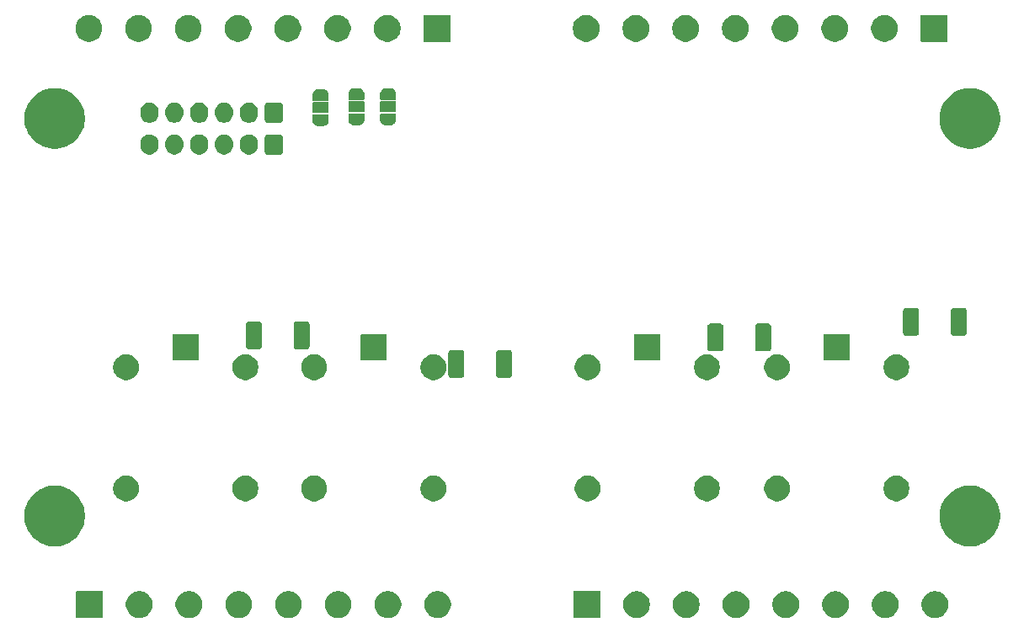
<source format=gbr>
%TF.GenerationSoftware,KiCad,Pcbnew,9.0.3*%
%TF.CreationDate,2025-10-15T19:44:16+02:00*%
%TF.ProjectId,esp32_blinds_controller,65737033-325f-4626-9c69-6e64735f636f,V0.3*%
%TF.SameCoordinates,Original*%
%TF.FileFunction,Soldermask,Bot*%
%TF.FilePolarity,Negative*%
%FSLAX46Y46*%
G04 Gerber Fmt 4.6, Leading zero omitted, Abs format (unit mm)*
G04 Created by KiCad (PCBNEW 9.0.3) date 2025-10-15 19:44:16*
%MOMM*%
%LPD*%
G01*
G04 APERTURE LIST*
G04 APERTURE END LIST*
G36*
X109994517Y-124922882D02*
G01*
X110011062Y-124933938D01*
X110022118Y-124950483D01*
X110026000Y-124970000D01*
X110026000Y-127570000D01*
X110022118Y-127589517D01*
X110011062Y-127606062D01*
X109994517Y-127617118D01*
X109975000Y-127621000D01*
X107375000Y-127621000D01*
X107355483Y-127617118D01*
X107338938Y-127606062D01*
X107327882Y-127589517D01*
X107324000Y-127570000D01*
X107324000Y-124970000D01*
X107327882Y-124950483D01*
X107338938Y-124933938D01*
X107355483Y-124922882D01*
X107375000Y-124919000D01*
X109975000Y-124919000D01*
X109994517Y-124922882D01*
G37*
G36*
X159994517Y-124922882D02*
G01*
X160011062Y-124933938D01*
X160022118Y-124950483D01*
X160026000Y-124970000D01*
X160026000Y-127570000D01*
X160022118Y-127589517D01*
X160011062Y-127606062D01*
X159994517Y-127617118D01*
X159975000Y-127621000D01*
X157375000Y-127621000D01*
X157355483Y-127617118D01*
X157338938Y-127606062D01*
X157327882Y-127589517D01*
X157324000Y-127570000D01*
X157324000Y-124970000D01*
X157327882Y-124950483D01*
X157338938Y-124933938D01*
X157355483Y-124922882D01*
X157375000Y-124919000D01*
X159975000Y-124919000D01*
X159994517Y-124922882D01*
G37*
G36*
X113990385Y-124956328D02*
G01*
X114192005Y-125021839D01*
X114380896Y-125118083D01*
X114552404Y-125242692D01*
X114702308Y-125392596D01*
X114826917Y-125564104D01*
X114923161Y-125752995D01*
X114988672Y-125954615D01*
X115021835Y-126164002D01*
X115021835Y-126375998D01*
X114988672Y-126585385D01*
X114923161Y-126787005D01*
X114826917Y-126975896D01*
X114702308Y-127147404D01*
X114552404Y-127297308D01*
X114380896Y-127421917D01*
X114192005Y-127518161D01*
X113990385Y-127583672D01*
X113780998Y-127616835D01*
X113569002Y-127616835D01*
X113359615Y-127583672D01*
X113157995Y-127518161D01*
X112969104Y-127421917D01*
X112797596Y-127297308D01*
X112647692Y-127147404D01*
X112523083Y-126975896D01*
X112426839Y-126787005D01*
X112361328Y-126585385D01*
X112328165Y-126375998D01*
X112328165Y-126164002D01*
X112361328Y-125954615D01*
X112426839Y-125752995D01*
X112523083Y-125564104D01*
X112647692Y-125392596D01*
X112797596Y-125242692D01*
X112969104Y-125118083D01*
X113157995Y-125021839D01*
X113359615Y-124956328D01*
X113569002Y-124923165D01*
X113780998Y-124923165D01*
X113990385Y-124956328D01*
G37*
G36*
X118990385Y-124956328D02*
G01*
X119192005Y-125021839D01*
X119380896Y-125118083D01*
X119552404Y-125242692D01*
X119702308Y-125392596D01*
X119826917Y-125564104D01*
X119923161Y-125752995D01*
X119988672Y-125954615D01*
X120021835Y-126164002D01*
X120021835Y-126375998D01*
X119988672Y-126585385D01*
X119923161Y-126787005D01*
X119826917Y-126975896D01*
X119702308Y-127147404D01*
X119552404Y-127297308D01*
X119380896Y-127421917D01*
X119192005Y-127518161D01*
X118990385Y-127583672D01*
X118780998Y-127616835D01*
X118569002Y-127616835D01*
X118359615Y-127583672D01*
X118157995Y-127518161D01*
X117969104Y-127421917D01*
X117797596Y-127297308D01*
X117647692Y-127147404D01*
X117523083Y-126975896D01*
X117426839Y-126787005D01*
X117361328Y-126585385D01*
X117328165Y-126375998D01*
X117328165Y-126164002D01*
X117361328Y-125954615D01*
X117426839Y-125752995D01*
X117523083Y-125564104D01*
X117647692Y-125392596D01*
X117797596Y-125242692D01*
X117969104Y-125118083D01*
X118157995Y-125021839D01*
X118359615Y-124956328D01*
X118569002Y-124923165D01*
X118780998Y-124923165D01*
X118990385Y-124956328D01*
G37*
G36*
X123990385Y-124956328D02*
G01*
X124192005Y-125021839D01*
X124380896Y-125118083D01*
X124552404Y-125242692D01*
X124702308Y-125392596D01*
X124826917Y-125564104D01*
X124923161Y-125752995D01*
X124988672Y-125954615D01*
X125021835Y-126164002D01*
X125021835Y-126375998D01*
X124988672Y-126585385D01*
X124923161Y-126787005D01*
X124826917Y-126975896D01*
X124702308Y-127147404D01*
X124552404Y-127297308D01*
X124380896Y-127421917D01*
X124192005Y-127518161D01*
X123990385Y-127583672D01*
X123780998Y-127616835D01*
X123569002Y-127616835D01*
X123359615Y-127583672D01*
X123157995Y-127518161D01*
X122969104Y-127421917D01*
X122797596Y-127297308D01*
X122647692Y-127147404D01*
X122523083Y-126975896D01*
X122426839Y-126787005D01*
X122361328Y-126585385D01*
X122328165Y-126375998D01*
X122328165Y-126164002D01*
X122361328Y-125954615D01*
X122426839Y-125752995D01*
X122523083Y-125564104D01*
X122647692Y-125392596D01*
X122797596Y-125242692D01*
X122969104Y-125118083D01*
X123157995Y-125021839D01*
X123359615Y-124956328D01*
X123569002Y-124923165D01*
X123780998Y-124923165D01*
X123990385Y-124956328D01*
G37*
G36*
X128990385Y-124956328D02*
G01*
X129192005Y-125021839D01*
X129380896Y-125118083D01*
X129552404Y-125242692D01*
X129702308Y-125392596D01*
X129826917Y-125564104D01*
X129923161Y-125752995D01*
X129988672Y-125954615D01*
X130021835Y-126164002D01*
X130021835Y-126375998D01*
X129988672Y-126585385D01*
X129923161Y-126787005D01*
X129826917Y-126975896D01*
X129702308Y-127147404D01*
X129552404Y-127297308D01*
X129380896Y-127421917D01*
X129192005Y-127518161D01*
X128990385Y-127583672D01*
X128780998Y-127616835D01*
X128569002Y-127616835D01*
X128359615Y-127583672D01*
X128157995Y-127518161D01*
X127969104Y-127421917D01*
X127797596Y-127297308D01*
X127647692Y-127147404D01*
X127523083Y-126975896D01*
X127426839Y-126787005D01*
X127361328Y-126585385D01*
X127328165Y-126375998D01*
X127328165Y-126164002D01*
X127361328Y-125954615D01*
X127426839Y-125752995D01*
X127523083Y-125564104D01*
X127647692Y-125392596D01*
X127797596Y-125242692D01*
X127969104Y-125118083D01*
X128157995Y-125021839D01*
X128359615Y-124956328D01*
X128569002Y-124923165D01*
X128780998Y-124923165D01*
X128990385Y-124956328D01*
G37*
G36*
X133990385Y-124956328D02*
G01*
X134192005Y-125021839D01*
X134380896Y-125118083D01*
X134552404Y-125242692D01*
X134702308Y-125392596D01*
X134826917Y-125564104D01*
X134923161Y-125752995D01*
X134988672Y-125954615D01*
X135021835Y-126164002D01*
X135021835Y-126375998D01*
X134988672Y-126585385D01*
X134923161Y-126787005D01*
X134826917Y-126975896D01*
X134702308Y-127147404D01*
X134552404Y-127297308D01*
X134380896Y-127421917D01*
X134192005Y-127518161D01*
X133990385Y-127583672D01*
X133780998Y-127616835D01*
X133569002Y-127616835D01*
X133359615Y-127583672D01*
X133157995Y-127518161D01*
X132969104Y-127421917D01*
X132797596Y-127297308D01*
X132647692Y-127147404D01*
X132523083Y-126975896D01*
X132426839Y-126787005D01*
X132361328Y-126585385D01*
X132328165Y-126375998D01*
X132328165Y-126164002D01*
X132361328Y-125954615D01*
X132426839Y-125752995D01*
X132523083Y-125564104D01*
X132647692Y-125392596D01*
X132797596Y-125242692D01*
X132969104Y-125118083D01*
X133157995Y-125021839D01*
X133359615Y-124956328D01*
X133569002Y-124923165D01*
X133780998Y-124923165D01*
X133990385Y-124956328D01*
G37*
G36*
X138990385Y-124956328D02*
G01*
X139192005Y-125021839D01*
X139380896Y-125118083D01*
X139552404Y-125242692D01*
X139702308Y-125392596D01*
X139826917Y-125564104D01*
X139923161Y-125752995D01*
X139988672Y-125954615D01*
X140021835Y-126164002D01*
X140021835Y-126375998D01*
X139988672Y-126585385D01*
X139923161Y-126787005D01*
X139826917Y-126975896D01*
X139702308Y-127147404D01*
X139552404Y-127297308D01*
X139380896Y-127421917D01*
X139192005Y-127518161D01*
X138990385Y-127583672D01*
X138780998Y-127616835D01*
X138569002Y-127616835D01*
X138359615Y-127583672D01*
X138157995Y-127518161D01*
X137969104Y-127421917D01*
X137797596Y-127297308D01*
X137647692Y-127147404D01*
X137523083Y-126975896D01*
X137426839Y-126787005D01*
X137361328Y-126585385D01*
X137328165Y-126375998D01*
X137328165Y-126164002D01*
X137361328Y-125954615D01*
X137426839Y-125752995D01*
X137523083Y-125564104D01*
X137647692Y-125392596D01*
X137797596Y-125242692D01*
X137969104Y-125118083D01*
X138157995Y-125021839D01*
X138359615Y-124956328D01*
X138569002Y-124923165D01*
X138780998Y-124923165D01*
X138990385Y-124956328D01*
G37*
G36*
X143990385Y-124956328D02*
G01*
X144192005Y-125021839D01*
X144380896Y-125118083D01*
X144552404Y-125242692D01*
X144702308Y-125392596D01*
X144826917Y-125564104D01*
X144923161Y-125752995D01*
X144988672Y-125954615D01*
X145021835Y-126164002D01*
X145021835Y-126375998D01*
X144988672Y-126585385D01*
X144923161Y-126787005D01*
X144826917Y-126975896D01*
X144702308Y-127147404D01*
X144552404Y-127297308D01*
X144380896Y-127421917D01*
X144192005Y-127518161D01*
X143990385Y-127583672D01*
X143780998Y-127616835D01*
X143569002Y-127616835D01*
X143359615Y-127583672D01*
X143157995Y-127518161D01*
X142969104Y-127421917D01*
X142797596Y-127297308D01*
X142647692Y-127147404D01*
X142523083Y-126975896D01*
X142426839Y-126787005D01*
X142361328Y-126585385D01*
X142328165Y-126375998D01*
X142328165Y-126164002D01*
X142361328Y-125954615D01*
X142426839Y-125752995D01*
X142523083Y-125564104D01*
X142647692Y-125392596D01*
X142797596Y-125242692D01*
X142969104Y-125118083D01*
X143157995Y-125021839D01*
X143359615Y-124956328D01*
X143569002Y-124923165D01*
X143780998Y-124923165D01*
X143990385Y-124956328D01*
G37*
G36*
X163990385Y-124956328D02*
G01*
X164192005Y-125021839D01*
X164380896Y-125118083D01*
X164552404Y-125242692D01*
X164702308Y-125392596D01*
X164826917Y-125564104D01*
X164923161Y-125752995D01*
X164988672Y-125954615D01*
X165021835Y-126164002D01*
X165021835Y-126375998D01*
X164988672Y-126585385D01*
X164923161Y-126787005D01*
X164826917Y-126975896D01*
X164702308Y-127147404D01*
X164552404Y-127297308D01*
X164380896Y-127421917D01*
X164192005Y-127518161D01*
X163990385Y-127583672D01*
X163780998Y-127616835D01*
X163569002Y-127616835D01*
X163359615Y-127583672D01*
X163157995Y-127518161D01*
X162969104Y-127421917D01*
X162797596Y-127297308D01*
X162647692Y-127147404D01*
X162523083Y-126975896D01*
X162426839Y-126787005D01*
X162361328Y-126585385D01*
X162328165Y-126375998D01*
X162328165Y-126164002D01*
X162361328Y-125954615D01*
X162426839Y-125752995D01*
X162523083Y-125564104D01*
X162647692Y-125392596D01*
X162797596Y-125242692D01*
X162969104Y-125118083D01*
X163157995Y-125021839D01*
X163359615Y-124956328D01*
X163569002Y-124923165D01*
X163780998Y-124923165D01*
X163990385Y-124956328D01*
G37*
G36*
X168990385Y-124956328D02*
G01*
X169192005Y-125021839D01*
X169380896Y-125118083D01*
X169552404Y-125242692D01*
X169702308Y-125392596D01*
X169826917Y-125564104D01*
X169923161Y-125752995D01*
X169988672Y-125954615D01*
X170021835Y-126164002D01*
X170021835Y-126375998D01*
X169988672Y-126585385D01*
X169923161Y-126787005D01*
X169826917Y-126975896D01*
X169702308Y-127147404D01*
X169552404Y-127297308D01*
X169380896Y-127421917D01*
X169192005Y-127518161D01*
X168990385Y-127583672D01*
X168780998Y-127616835D01*
X168569002Y-127616835D01*
X168359615Y-127583672D01*
X168157995Y-127518161D01*
X167969104Y-127421917D01*
X167797596Y-127297308D01*
X167647692Y-127147404D01*
X167523083Y-126975896D01*
X167426839Y-126787005D01*
X167361328Y-126585385D01*
X167328165Y-126375998D01*
X167328165Y-126164002D01*
X167361328Y-125954615D01*
X167426839Y-125752995D01*
X167523083Y-125564104D01*
X167647692Y-125392596D01*
X167797596Y-125242692D01*
X167969104Y-125118083D01*
X168157995Y-125021839D01*
X168359615Y-124956328D01*
X168569002Y-124923165D01*
X168780998Y-124923165D01*
X168990385Y-124956328D01*
G37*
G36*
X173990385Y-124956328D02*
G01*
X174192005Y-125021839D01*
X174380896Y-125118083D01*
X174552404Y-125242692D01*
X174702308Y-125392596D01*
X174826917Y-125564104D01*
X174923161Y-125752995D01*
X174988672Y-125954615D01*
X175021835Y-126164002D01*
X175021835Y-126375998D01*
X174988672Y-126585385D01*
X174923161Y-126787005D01*
X174826917Y-126975896D01*
X174702308Y-127147404D01*
X174552404Y-127297308D01*
X174380896Y-127421917D01*
X174192005Y-127518161D01*
X173990385Y-127583672D01*
X173780998Y-127616835D01*
X173569002Y-127616835D01*
X173359615Y-127583672D01*
X173157995Y-127518161D01*
X172969104Y-127421917D01*
X172797596Y-127297308D01*
X172647692Y-127147404D01*
X172523083Y-126975896D01*
X172426839Y-126787005D01*
X172361328Y-126585385D01*
X172328165Y-126375998D01*
X172328165Y-126164002D01*
X172361328Y-125954615D01*
X172426839Y-125752995D01*
X172523083Y-125564104D01*
X172647692Y-125392596D01*
X172797596Y-125242692D01*
X172969104Y-125118083D01*
X173157995Y-125021839D01*
X173359615Y-124956328D01*
X173569002Y-124923165D01*
X173780998Y-124923165D01*
X173990385Y-124956328D01*
G37*
G36*
X178990385Y-124956328D02*
G01*
X179192005Y-125021839D01*
X179380896Y-125118083D01*
X179552404Y-125242692D01*
X179702308Y-125392596D01*
X179826917Y-125564104D01*
X179923161Y-125752995D01*
X179988672Y-125954615D01*
X180021835Y-126164002D01*
X180021835Y-126375998D01*
X179988672Y-126585385D01*
X179923161Y-126787005D01*
X179826917Y-126975896D01*
X179702308Y-127147404D01*
X179552404Y-127297308D01*
X179380896Y-127421917D01*
X179192005Y-127518161D01*
X178990385Y-127583672D01*
X178780998Y-127616835D01*
X178569002Y-127616835D01*
X178359615Y-127583672D01*
X178157995Y-127518161D01*
X177969104Y-127421917D01*
X177797596Y-127297308D01*
X177647692Y-127147404D01*
X177523083Y-126975896D01*
X177426839Y-126787005D01*
X177361328Y-126585385D01*
X177328165Y-126375998D01*
X177328165Y-126164002D01*
X177361328Y-125954615D01*
X177426839Y-125752995D01*
X177523083Y-125564104D01*
X177647692Y-125392596D01*
X177797596Y-125242692D01*
X177969104Y-125118083D01*
X178157995Y-125021839D01*
X178359615Y-124956328D01*
X178569002Y-124923165D01*
X178780998Y-124923165D01*
X178990385Y-124956328D01*
G37*
G36*
X183990385Y-124956328D02*
G01*
X184192005Y-125021839D01*
X184380896Y-125118083D01*
X184552404Y-125242692D01*
X184702308Y-125392596D01*
X184826917Y-125564104D01*
X184923161Y-125752995D01*
X184988672Y-125954615D01*
X185021835Y-126164002D01*
X185021835Y-126375998D01*
X184988672Y-126585385D01*
X184923161Y-126787005D01*
X184826917Y-126975896D01*
X184702308Y-127147404D01*
X184552404Y-127297308D01*
X184380896Y-127421917D01*
X184192005Y-127518161D01*
X183990385Y-127583672D01*
X183780998Y-127616835D01*
X183569002Y-127616835D01*
X183359615Y-127583672D01*
X183157995Y-127518161D01*
X182969104Y-127421917D01*
X182797596Y-127297308D01*
X182647692Y-127147404D01*
X182523083Y-126975896D01*
X182426839Y-126787005D01*
X182361328Y-126585385D01*
X182328165Y-126375998D01*
X182328165Y-126164002D01*
X182361328Y-125954615D01*
X182426839Y-125752995D01*
X182523083Y-125564104D01*
X182647692Y-125392596D01*
X182797596Y-125242692D01*
X182969104Y-125118083D01*
X183157995Y-125021839D01*
X183359615Y-124956328D01*
X183569002Y-124923165D01*
X183780998Y-124923165D01*
X183990385Y-124956328D01*
G37*
G36*
X188990385Y-124956328D02*
G01*
X189192005Y-125021839D01*
X189380896Y-125118083D01*
X189552404Y-125242692D01*
X189702308Y-125392596D01*
X189826917Y-125564104D01*
X189923161Y-125752995D01*
X189988672Y-125954615D01*
X190021835Y-126164002D01*
X190021835Y-126375998D01*
X189988672Y-126585385D01*
X189923161Y-126787005D01*
X189826917Y-126975896D01*
X189702308Y-127147404D01*
X189552404Y-127297308D01*
X189380896Y-127421917D01*
X189192005Y-127518161D01*
X188990385Y-127583672D01*
X188780998Y-127616835D01*
X188569002Y-127616835D01*
X188359615Y-127583672D01*
X188157995Y-127518161D01*
X187969104Y-127421917D01*
X187797596Y-127297308D01*
X187647692Y-127147404D01*
X187523083Y-126975896D01*
X187426839Y-126787005D01*
X187361328Y-126585385D01*
X187328165Y-126375998D01*
X187328165Y-126164002D01*
X187361328Y-125954615D01*
X187426839Y-125752995D01*
X187523083Y-125564104D01*
X187647692Y-125392596D01*
X187797596Y-125242692D01*
X187969104Y-125118083D01*
X188157995Y-125021839D01*
X188359615Y-124956328D01*
X188569002Y-124923165D01*
X188780998Y-124923165D01*
X188990385Y-124956328D01*
G37*
G36*
X193990385Y-124956328D02*
G01*
X194192005Y-125021839D01*
X194380896Y-125118083D01*
X194552404Y-125242692D01*
X194702308Y-125392596D01*
X194826917Y-125564104D01*
X194923161Y-125752995D01*
X194988672Y-125954615D01*
X195021835Y-126164002D01*
X195021835Y-126375998D01*
X194988672Y-126585385D01*
X194923161Y-126787005D01*
X194826917Y-126975896D01*
X194702308Y-127147404D01*
X194552404Y-127297308D01*
X194380896Y-127421917D01*
X194192005Y-127518161D01*
X193990385Y-127583672D01*
X193780998Y-127616835D01*
X193569002Y-127616835D01*
X193359615Y-127583672D01*
X193157995Y-127518161D01*
X192969104Y-127421917D01*
X192797596Y-127297308D01*
X192647692Y-127147404D01*
X192523083Y-126975896D01*
X192426839Y-126787005D01*
X192361328Y-126585385D01*
X192328165Y-126375998D01*
X192328165Y-126164002D01*
X192361328Y-125954615D01*
X192426839Y-125752995D01*
X192523083Y-125564104D01*
X192647692Y-125392596D01*
X192797596Y-125242692D01*
X192969104Y-125118083D01*
X193157995Y-125021839D01*
X193359615Y-124956328D01*
X193569002Y-124923165D01*
X193780998Y-124923165D01*
X193990385Y-124956328D01*
G37*
G36*
X105686061Y-114362108D02*
G01*
X106019625Y-114438241D01*
X106342567Y-114551244D01*
X106650826Y-114699693D01*
X106940526Y-114881724D01*
X107208023Y-115095046D01*
X107449954Y-115336977D01*
X107663276Y-115604474D01*
X107845307Y-115894174D01*
X107993756Y-116202433D01*
X108106759Y-116525375D01*
X108182892Y-116858939D01*
X108221200Y-117198929D01*
X108221200Y-117541071D01*
X108182892Y-117881061D01*
X108106759Y-118214625D01*
X107993756Y-118537567D01*
X107845307Y-118845826D01*
X107663276Y-119135526D01*
X107449954Y-119403023D01*
X107208023Y-119644954D01*
X106940526Y-119858276D01*
X106650826Y-120040307D01*
X106342567Y-120188756D01*
X106019625Y-120301759D01*
X105686061Y-120377892D01*
X105346071Y-120416200D01*
X105003929Y-120416200D01*
X104663939Y-120377892D01*
X104330375Y-120301759D01*
X104007433Y-120188756D01*
X103699174Y-120040307D01*
X103409474Y-119858276D01*
X103141977Y-119644954D01*
X102900046Y-119403023D01*
X102686724Y-119135526D01*
X102504693Y-118845826D01*
X102356244Y-118537567D01*
X102243241Y-118214625D01*
X102167108Y-117881061D01*
X102128800Y-117541071D01*
X102128800Y-117198929D01*
X102167108Y-116858939D01*
X102243241Y-116525375D01*
X102356244Y-116202433D01*
X102504693Y-115894174D01*
X102686724Y-115604474D01*
X102900046Y-115336977D01*
X103141977Y-115095046D01*
X103409474Y-114881724D01*
X103699174Y-114699693D01*
X104007433Y-114551244D01*
X104330375Y-114438241D01*
X104663939Y-114362108D01*
X105003929Y-114323800D01*
X105346071Y-114323800D01*
X105686061Y-114362108D01*
G37*
G36*
X197686061Y-114362108D02*
G01*
X198019625Y-114438241D01*
X198342567Y-114551244D01*
X198650826Y-114699693D01*
X198940526Y-114881724D01*
X199208023Y-115095046D01*
X199449954Y-115336977D01*
X199663276Y-115604474D01*
X199845307Y-115894174D01*
X199993756Y-116202433D01*
X200106759Y-116525375D01*
X200182892Y-116858939D01*
X200221200Y-117198929D01*
X200221200Y-117541071D01*
X200182892Y-117881061D01*
X200106759Y-118214625D01*
X199993756Y-118537567D01*
X199845307Y-118845826D01*
X199663276Y-119135526D01*
X199449954Y-119403023D01*
X199208023Y-119644954D01*
X198940526Y-119858276D01*
X198650826Y-120040307D01*
X198342567Y-120188756D01*
X198019625Y-120301759D01*
X197686061Y-120377892D01*
X197346071Y-120416200D01*
X197003929Y-120416200D01*
X196663939Y-120377892D01*
X196330375Y-120301759D01*
X196007433Y-120188756D01*
X195699174Y-120040307D01*
X195409474Y-119858276D01*
X195141977Y-119644954D01*
X194900046Y-119403023D01*
X194686724Y-119135526D01*
X194504693Y-118845826D01*
X194356244Y-118537567D01*
X194243241Y-118214625D01*
X194167108Y-117881061D01*
X194128800Y-117541071D01*
X194128800Y-117198929D01*
X194167108Y-116858939D01*
X194243241Y-116525375D01*
X194356244Y-116202433D01*
X194504693Y-115894174D01*
X194686724Y-115604474D01*
X194900046Y-115336977D01*
X195141977Y-115095046D01*
X195409474Y-114881724D01*
X195699174Y-114699693D01*
X196007433Y-114551244D01*
X196330375Y-114438241D01*
X196663939Y-114362108D01*
X197003929Y-114323800D01*
X197346071Y-114323800D01*
X197686061Y-114362108D01*
G37*
G36*
X112653712Y-113334947D02*
G01*
X112847871Y-113398033D01*
X113029771Y-113490715D01*
X113194932Y-113610712D01*
X113339288Y-113755068D01*
X113459285Y-113920229D01*
X113551967Y-114102129D01*
X113615053Y-114296288D01*
X113646989Y-114497925D01*
X113646989Y-114702075D01*
X113615053Y-114903712D01*
X113551967Y-115097871D01*
X113459285Y-115279771D01*
X113339288Y-115444932D01*
X113194932Y-115589288D01*
X113029771Y-115709285D01*
X112847871Y-115801967D01*
X112653712Y-115865053D01*
X112452075Y-115896989D01*
X112247925Y-115896989D01*
X112046288Y-115865053D01*
X111852129Y-115801967D01*
X111670229Y-115709285D01*
X111505068Y-115589288D01*
X111360712Y-115444932D01*
X111240715Y-115279771D01*
X111148033Y-115097871D01*
X111084947Y-114903712D01*
X111053011Y-114702075D01*
X111053011Y-114497925D01*
X111084947Y-114296288D01*
X111148033Y-114102129D01*
X111240715Y-113920229D01*
X111360712Y-113755068D01*
X111505068Y-113610712D01*
X111670229Y-113490715D01*
X111852129Y-113398033D01*
X112046288Y-113334947D01*
X112247925Y-113303011D01*
X112452075Y-113303011D01*
X112653712Y-113334947D01*
G37*
G36*
X124653712Y-113334947D02*
G01*
X124847871Y-113398033D01*
X125029771Y-113490715D01*
X125194932Y-113610712D01*
X125339288Y-113755068D01*
X125459285Y-113920229D01*
X125551967Y-114102129D01*
X125615053Y-114296288D01*
X125646989Y-114497925D01*
X125646989Y-114702075D01*
X125615053Y-114903712D01*
X125551967Y-115097871D01*
X125459285Y-115279771D01*
X125339288Y-115444932D01*
X125194932Y-115589288D01*
X125029771Y-115709285D01*
X124847871Y-115801967D01*
X124653712Y-115865053D01*
X124452075Y-115896989D01*
X124247925Y-115896989D01*
X124046288Y-115865053D01*
X123852129Y-115801967D01*
X123670229Y-115709285D01*
X123505068Y-115589288D01*
X123360712Y-115444932D01*
X123240715Y-115279771D01*
X123148033Y-115097871D01*
X123084947Y-114903712D01*
X123053011Y-114702075D01*
X123053011Y-114497925D01*
X123084947Y-114296288D01*
X123148033Y-114102129D01*
X123240715Y-113920229D01*
X123360712Y-113755068D01*
X123505068Y-113610712D01*
X123670229Y-113490715D01*
X123852129Y-113398033D01*
X124046288Y-113334947D01*
X124247925Y-113303011D01*
X124452075Y-113303011D01*
X124653712Y-113334947D01*
G37*
G36*
X131553712Y-113334947D02*
G01*
X131747871Y-113398033D01*
X131929771Y-113490715D01*
X132094932Y-113610712D01*
X132239288Y-113755068D01*
X132359285Y-113920229D01*
X132451967Y-114102129D01*
X132515053Y-114296288D01*
X132546989Y-114497925D01*
X132546989Y-114702075D01*
X132515053Y-114903712D01*
X132451967Y-115097871D01*
X132359285Y-115279771D01*
X132239288Y-115444932D01*
X132094932Y-115589288D01*
X131929771Y-115709285D01*
X131747871Y-115801967D01*
X131553712Y-115865053D01*
X131352075Y-115896989D01*
X131147925Y-115896989D01*
X130946288Y-115865053D01*
X130752129Y-115801967D01*
X130570229Y-115709285D01*
X130405068Y-115589288D01*
X130260712Y-115444932D01*
X130140715Y-115279771D01*
X130048033Y-115097871D01*
X129984947Y-114903712D01*
X129953011Y-114702075D01*
X129953011Y-114497925D01*
X129984947Y-114296288D01*
X130048033Y-114102129D01*
X130140715Y-113920229D01*
X130260712Y-113755068D01*
X130405068Y-113610712D01*
X130570229Y-113490715D01*
X130752129Y-113398033D01*
X130946288Y-113334947D01*
X131147925Y-113303011D01*
X131352075Y-113303011D01*
X131553712Y-113334947D01*
G37*
G36*
X143553712Y-113334947D02*
G01*
X143747871Y-113398033D01*
X143929771Y-113490715D01*
X144094932Y-113610712D01*
X144239288Y-113755068D01*
X144359285Y-113920229D01*
X144451967Y-114102129D01*
X144515053Y-114296288D01*
X144546989Y-114497925D01*
X144546989Y-114702075D01*
X144515053Y-114903712D01*
X144451967Y-115097871D01*
X144359285Y-115279771D01*
X144239288Y-115444932D01*
X144094932Y-115589288D01*
X143929771Y-115709285D01*
X143747871Y-115801967D01*
X143553712Y-115865053D01*
X143352075Y-115896989D01*
X143147925Y-115896989D01*
X142946288Y-115865053D01*
X142752129Y-115801967D01*
X142570229Y-115709285D01*
X142405068Y-115589288D01*
X142260712Y-115444932D01*
X142140715Y-115279771D01*
X142048033Y-115097871D01*
X141984947Y-114903712D01*
X141953011Y-114702075D01*
X141953011Y-114497925D01*
X141984947Y-114296288D01*
X142048033Y-114102129D01*
X142140715Y-113920229D01*
X142260712Y-113755068D01*
X142405068Y-113610712D01*
X142570229Y-113490715D01*
X142752129Y-113398033D01*
X142946288Y-113334947D01*
X143147925Y-113303011D01*
X143352075Y-113303011D01*
X143553712Y-113334947D01*
G37*
G36*
X159053712Y-113334947D02*
G01*
X159247871Y-113398033D01*
X159429771Y-113490715D01*
X159594932Y-113610712D01*
X159739288Y-113755068D01*
X159859285Y-113920229D01*
X159951967Y-114102129D01*
X160015053Y-114296288D01*
X160046989Y-114497925D01*
X160046989Y-114702075D01*
X160015053Y-114903712D01*
X159951967Y-115097871D01*
X159859285Y-115279771D01*
X159739288Y-115444932D01*
X159594932Y-115589288D01*
X159429771Y-115709285D01*
X159247871Y-115801967D01*
X159053712Y-115865053D01*
X158852075Y-115896989D01*
X158647925Y-115896989D01*
X158446288Y-115865053D01*
X158252129Y-115801967D01*
X158070229Y-115709285D01*
X157905068Y-115589288D01*
X157760712Y-115444932D01*
X157640715Y-115279771D01*
X157548033Y-115097871D01*
X157484947Y-114903712D01*
X157453011Y-114702075D01*
X157453011Y-114497925D01*
X157484947Y-114296288D01*
X157548033Y-114102129D01*
X157640715Y-113920229D01*
X157760712Y-113755068D01*
X157905068Y-113610712D01*
X158070229Y-113490715D01*
X158252129Y-113398033D01*
X158446288Y-113334947D01*
X158647925Y-113303011D01*
X158852075Y-113303011D01*
X159053712Y-113334947D01*
G37*
G36*
X171053712Y-113334947D02*
G01*
X171247871Y-113398033D01*
X171429771Y-113490715D01*
X171594932Y-113610712D01*
X171739288Y-113755068D01*
X171859285Y-113920229D01*
X171951967Y-114102129D01*
X172015053Y-114296288D01*
X172046989Y-114497925D01*
X172046989Y-114702075D01*
X172015053Y-114903712D01*
X171951967Y-115097871D01*
X171859285Y-115279771D01*
X171739288Y-115444932D01*
X171594932Y-115589288D01*
X171429771Y-115709285D01*
X171247871Y-115801967D01*
X171053712Y-115865053D01*
X170852075Y-115896989D01*
X170647925Y-115896989D01*
X170446288Y-115865053D01*
X170252129Y-115801967D01*
X170070229Y-115709285D01*
X169905068Y-115589288D01*
X169760712Y-115444932D01*
X169640715Y-115279771D01*
X169548033Y-115097871D01*
X169484947Y-114903712D01*
X169453011Y-114702075D01*
X169453011Y-114497925D01*
X169484947Y-114296288D01*
X169548033Y-114102129D01*
X169640715Y-113920229D01*
X169760712Y-113755068D01*
X169905068Y-113610712D01*
X170070229Y-113490715D01*
X170252129Y-113398033D01*
X170446288Y-113334947D01*
X170647925Y-113303011D01*
X170852075Y-113303011D01*
X171053712Y-113334947D01*
G37*
G36*
X178103712Y-113334947D02*
G01*
X178297871Y-113398033D01*
X178479771Y-113490715D01*
X178644932Y-113610712D01*
X178789288Y-113755068D01*
X178909285Y-113920229D01*
X179001967Y-114102129D01*
X179065053Y-114296288D01*
X179096989Y-114497925D01*
X179096989Y-114702075D01*
X179065053Y-114903712D01*
X179001967Y-115097871D01*
X178909285Y-115279771D01*
X178789288Y-115444932D01*
X178644932Y-115589288D01*
X178479771Y-115709285D01*
X178297871Y-115801967D01*
X178103712Y-115865053D01*
X177902075Y-115896989D01*
X177697925Y-115896989D01*
X177496288Y-115865053D01*
X177302129Y-115801967D01*
X177120229Y-115709285D01*
X176955068Y-115589288D01*
X176810712Y-115444932D01*
X176690715Y-115279771D01*
X176598033Y-115097871D01*
X176534947Y-114903712D01*
X176503011Y-114702075D01*
X176503011Y-114497925D01*
X176534947Y-114296288D01*
X176598033Y-114102129D01*
X176690715Y-113920229D01*
X176810712Y-113755068D01*
X176955068Y-113610712D01*
X177120229Y-113490715D01*
X177302129Y-113398033D01*
X177496288Y-113334947D01*
X177697925Y-113303011D01*
X177902075Y-113303011D01*
X178103712Y-113334947D01*
G37*
G36*
X190103712Y-113334947D02*
G01*
X190297871Y-113398033D01*
X190479771Y-113490715D01*
X190644932Y-113610712D01*
X190789288Y-113755068D01*
X190909285Y-113920229D01*
X191001967Y-114102129D01*
X191065053Y-114296288D01*
X191096989Y-114497925D01*
X191096989Y-114702075D01*
X191065053Y-114903712D01*
X191001967Y-115097871D01*
X190909285Y-115279771D01*
X190789288Y-115444932D01*
X190644932Y-115589288D01*
X190479771Y-115709285D01*
X190297871Y-115801967D01*
X190103712Y-115865053D01*
X189902075Y-115896989D01*
X189697925Y-115896989D01*
X189496288Y-115865053D01*
X189302129Y-115801967D01*
X189120229Y-115709285D01*
X188955068Y-115589288D01*
X188810712Y-115444932D01*
X188690715Y-115279771D01*
X188598033Y-115097871D01*
X188534947Y-114903712D01*
X188503011Y-114702075D01*
X188503011Y-114497925D01*
X188534947Y-114296288D01*
X188598033Y-114102129D01*
X188690715Y-113920229D01*
X188810712Y-113755068D01*
X188955068Y-113610712D01*
X189120229Y-113490715D01*
X189302129Y-113398033D01*
X189496288Y-113334947D01*
X189697925Y-113303011D01*
X189902075Y-113303011D01*
X190103712Y-113334947D01*
G37*
G36*
X112653712Y-101134947D02*
G01*
X112847871Y-101198033D01*
X113029771Y-101290715D01*
X113194932Y-101410712D01*
X113339288Y-101555068D01*
X113459285Y-101720229D01*
X113551967Y-101902129D01*
X113615053Y-102096288D01*
X113646989Y-102297925D01*
X113646989Y-102502075D01*
X113615053Y-102703712D01*
X113551967Y-102897871D01*
X113459285Y-103079771D01*
X113339288Y-103244932D01*
X113194932Y-103389288D01*
X113029771Y-103509285D01*
X112847871Y-103601967D01*
X112653712Y-103665053D01*
X112452075Y-103696989D01*
X112247925Y-103696989D01*
X112046288Y-103665053D01*
X111852129Y-103601967D01*
X111670229Y-103509285D01*
X111505068Y-103389288D01*
X111360712Y-103244932D01*
X111240715Y-103079771D01*
X111148033Y-102897871D01*
X111084947Y-102703712D01*
X111053011Y-102502075D01*
X111053011Y-102297925D01*
X111084947Y-102096288D01*
X111148033Y-101902129D01*
X111240715Y-101720229D01*
X111360712Y-101555068D01*
X111505068Y-101410712D01*
X111670229Y-101290715D01*
X111852129Y-101198033D01*
X112046288Y-101134947D01*
X112247925Y-101103011D01*
X112452075Y-101103011D01*
X112653712Y-101134947D01*
G37*
G36*
X124653712Y-101134947D02*
G01*
X124847871Y-101198033D01*
X125029771Y-101290715D01*
X125194932Y-101410712D01*
X125339288Y-101555068D01*
X125459285Y-101720229D01*
X125551967Y-101902129D01*
X125615053Y-102096288D01*
X125646989Y-102297925D01*
X125646989Y-102502075D01*
X125615053Y-102703712D01*
X125551967Y-102897871D01*
X125459285Y-103079771D01*
X125339288Y-103244932D01*
X125194932Y-103389288D01*
X125029771Y-103509285D01*
X124847871Y-103601967D01*
X124653712Y-103665053D01*
X124452075Y-103696989D01*
X124247925Y-103696989D01*
X124046288Y-103665053D01*
X123852129Y-103601967D01*
X123670229Y-103509285D01*
X123505068Y-103389288D01*
X123360712Y-103244932D01*
X123240715Y-103079771D01*
X123148033Y-102897871D01*
X123084947Y-102703712D01*
X123053011Y-102502075D01*
X123053011Y-102297925D01*
X123084947Y-102096288D01*
X123148033Y-101902129D01*
X123240715Y-101720229D01*
X123360712Y-101555068D01*
X123505068Y-101410712D01*
X123670229Y-101290715D01*
X123852129Y-101198033D01*
X124046288Y-101134947D01*
X124247925Y-101103011D01*
X124452075Y-101103011D01*
X124653712Y-101134947D01*
G37*
G36*
X131553712Y-101134947D02*
G01*
X131747871Y-101198033D01*
X131929771Y-101290715D01*
X132094932Y-101410712D01*
X132239288Y-101555068D01*
X132359285Y-101720229D01*
X132451967Y-101902129D01*
X132515053Y-102096288D01*
X132546989Y-102297925D01*
X132546989Y-102502075D01*
X132515053Y-102703712D01*
X132451967Y-102897871D01*
X132359285Y-103079771D01*
X132239288Y-103244932D01*
X132094932Y-103389288D01*
X131929771Y-103509285D01*
X131747871Y-103601967D01*
X131553712Y-103665053D01*
X131352075Y-103696989D01*
X131147925Y-103696989D01*
X130946288Y-103665053D01*
X130752129Y-103601967D01*
X130570229Y-103509285D01*
X130405068Y-103389288D01*
X130260712Y-103244932D01*
X130140715Y-103079771D01*
X130048033Y-102897871D01*
X129984947Y-102703712D01*
X129953011Y-102502075D01*
X129953011Y-102297925D01*
X129984947Y-102096288D01*
X130048033Y-101902129D01*
X130140715Y-101720229D01*
X130260712Y-101555068D01*
X130405068Y-101410712D01*
X130570229Y-101290715D01*
X130752129Y-101198033D01*
X130946288Y-101134947D01*
X131147925Y-101103011D01*
X131352075Y-101103011D01*
X131553712Y-101134947D01*
G37*
G36*
X143553712Y-101134947D02*
G01*
X143747871Y-101198033D01*
X143929771Y-101290715D01*
X144094932Y-101410712D01*
X144239288Y-101555068D01*
X144359285Y-101720229D01*
X144451967Y-101902129D01*
X144515053Y-102096288D01*
X144546989Y-102297925D01*
X144546989Y-102502075D01*
X144515053Y-102703712D01*
X144451967Y-102897871D01*
X144359285Y-103079771D01*
X144239288Y-103244932D01*
X144094932Y-103389288D01*
X143929771Y-103509285D01*
X143747871Y-103601967D01*
X143553712Y-103665053D01*
X143352075Y-103696989D01*
X143147925Y-103696989D01*
X142946288Y-103665053D01*
X142752129Y-103601967D01*
X142570229Y-103509285D01*
X142405068Y-103389288D01*
X142260712Y-103244932D01*
X142140715Y-103079771D01*
X142048033Y-102897871D01*
X141984947Y-102703712D01*
X141953011Y-102502075D01*
X141953011Y-102297925D01*
X141984947Y-102096288D01*
X142048033Y-101902129D01*
X142140715Y-101720229D01*
X142260712Y-101555068D01*
X142405068Y-101410712D01*
X142570229Y-101290715D01*
X142752129Y-101198033D01*
X142946288Y-101134947D01*
X143147925Y-101103011D01*
X143352075Y-101103011D01*
X143553712Y-101134947D01*
G37*
G36*
X159053712Y-101134947D02*
G01*
X159247871Y-101198033D01*
X159429771Y-101290715D01*
X159594932Y-101410712D01*
X159739288Y-101555068D01*
X159859285Y-101720229D01*
X159951967Y-101902129D01*
X160015053Y-102096288D01*
X160046989Y-102297925D01*
X160046989Y-102502075D01*
X160015053Y-102703712D01*
X159951967Y-102897871D01*
X159859285Y-103079771D01*
X159739288Y-103244932D01*
X159594932Y-103389288D01*
X159429771Y-103509285D01*
X159247871Y-103601967D01*
X159053712Y-103665053D01*
X158852075Y-103696989D01*
X158647925Y-103696989D01*
X158446288Y-103665053D01*
X158252129Y-103601967D01*
X158070229Y-103509285D01*
X157905068Y-103389288D01*
X157760712Y-103244932D01*
X157640715Y-103079771D01*
X157548033Y-102897871D01*
X157484947Y-102703712D01*
X157453011Y-102502075D01*
X157453011Y-102297925D01*
X157484947Y-102096288D01*
X157548033Y-101902129D01*
X157640715Y-101720229D01*
X157760712Y-101555068D01*
X157905068Y-101410712D01*
X158070229Y-101290715D01*
X158252129Y-101198033D01*
X158446288Y-101134947D01*
X158647925Y-101103011D01*
X158852075Y-101103011D01*
X159053712Y-101134947D01*
G37*
G36*
X171053712Y-101134947D02*
G01*
X171247871Y-101198033D01*
X171429771Y-101290715D01*
X171594932Y-101410712D01*
X171739288Y-101555068D01*
X171859285Y-101720229D01*
X171951967Y-101902129D01*
X172015053Y-102096288D01*
X172046989Y-102297925D01*
X172046989Y-102502075D01*
X172015053Y-102703712D01*
X171951967Y-102897871D01*
X171859285Y-103079771D01*
X171739288Y-103244932D01*
X171594932Y-103389288D01*
X171429771Y-103509285D01*
X171247871Y-103601967D01*
X171053712Y-103665053D01*
X170852075Y-103696989D01*
X170647925Y-103696989D01*
X170446288Y-103665053D01*
X170252129Y-103601967D01*
X170070229Y-103509285D01*
X169905068Y-103389288D01*
X169760712Y-103244932D01*
X169640715Y-103079771D01*
X169548033Y-102897871D01*
X169484947Y-102703712D01*
X169453011Y-102502075D01*
X169453011Y-102297925D01*
X169484947Y-102096288D01*
X169548033Y-101902129D01*
X169640715Y-101720229D01*
X169760712Y-101555068D01*
X169905068Y-101410712D01*
X170070229Y-101290715D01*
X170252129Y-101198033D01*
X170446288Y-101134947D01*
X170647925Y-101103011D01*
X170852075Y-101103011D01*
X171053712Y-101134947D01*
G37*
G36*
X178103712Y-101134947D02*
G01*
X178297871Y-101198033D01*
X178479771Y-101290715D01*
X178644932Y-101410712D01*
X178789288Y-101555068D01*
X178909285Y-101720229D01*
X179001967Y-101902129D01*
X179065053Y-102096288D01*
X179096989Y-102297925D01*
X179096989Y-102502075D01*
X179065053Y-102703712D01*
X179001967Y-102897871D01*
X178909285Y-103079771D01*
X178789288Y-103244932D01*
X178644932Y-103389288D01*
X178479771Y-103509285D01*
X178297871Y-103601967D01*
X178103712Y-103665053D01*
X177902075Y-103696989D01*
X177697925Y-103696989D01*
X177496288Y-103665053D01*
X177302129Y-103601967D01*
X177120229Y-103509285D01*
X176955068Y-103389288D01*
X176810712Y-103244932D01*
X176690715Y-103079771D01*
X176598033Y-102897871D01*
X176534947Y-102703712D01*
X176503011Y-102502075D01*
X176503011Y-102297925D01*
X176534947Y-102096288D01*
X176598033Y-101902129D01*
X176690715Y-101720229D01*
X176810712Y-101555068D01*
X176955068Y-101410712D01*
X177120229Y-101290715D01*
X177302129Y-101198033D01*
X177496288Y-101134947D01*
X177697925Y-101103011D01*
X177902075Y-101103011D01*
X178103712Y-101134947D01*
G37*
G36*
X190103712Y-101134947D02*
G01*
X190297871Y-101198033D01*
X190479771Y-101290715D01*
X190644932Y-101410712D01*
X190789288Y-101555068D01*
X190909285Y-101720229D01*
X191001967Y-101902129D01*
X191065053Y-102096288D01*
X191096989Y-102297925D01*
X191096989Y-102502075D01*
X191065053Y-102703712D01*
X191001967Y-102897871D01*
X190909285Y-103079771D01*
X190789288Y-103244932D01*
X190644932Y-103389288D01*
X190479771Y-103509285D01*
X190297871Y-103601967D01*
X190103712Y-103665053D01*
X189902075Y-103696989D01*
X189697925Y-103696989D01*
X189496288Y-103665053D01*
X189302129Y-103601967D01*
X189120229Y-103509285D01*
X188955068Y-103389288D01*
X188810712Y-103244932D01*
X188690715Y-103079771D01*
X188598033Y-102897871D01*
X188534947Y-102703712D01*
X188503011Y-102502075D01*
X188503011Y-102297925D01*
X188534947Y-102096288D01*
X188598033Y-101902129D01*
X188690715Y-101720229D01*
X188810712Y-101555068D01*
X188955068Y-101410712D01*
X189120229Y-101290715D01*
X189302129Y-101198033D01*
X189496288Y-101134947D01*
X189697925Y-101103011D01*
X189902075Y-101103011D01*
X190103712Y-101134947D01*
G37*
G36*
X146123914Y-100661995D02*
G01*
X146132612Y-100665835D01*
X146140212Y-100666943D01*
X146187718Y-100690167D01*
X146225106Y-100706676D01*
X146228567Y-100710137D01*
X146229501Y-100710594D01*
X146299405Y-100780498D01*
X146299861Y-100781431D01*
X146303324Y-100784894D01*
X146319836Y-100822291D01*
X146343056Y-100869787D01*
X146344162Y-100877384D01*
X146348005Y-100886086D01*
X146356000Y-100955000D01*
X146356000Y-103155000D01*
X146348005Y-103223914D01*
X146344162Y-103232615D01*
X146343056Y-103240212D01*
X146319841Y-103287697D01*
X146303324Y-103325106D01*
X146299860Y-103328569D01*
X146299405Y-103329501D01*
X146229501Y-103399405D01*
X146228569Y-103399860D01*
X146225106Y-103403324D01*
X146187697Y-103419841D01*
X146140212Y-103443056D01*
X146132615Y-103444162D01*
X146123914Y-103448005D01*
X146055000Y-103456000D01*
X145055000Y-103456000D01*
X144986086Y-103448005D01*
X144977384Y-103444162D01*
X144969787Y-103443056D01*
X144922291Y-103419836D01*
X144884894Y-103403324D01*
X144881431Y-103399861D01*
X144880498Y-103399405D01*
X144810594Y-103329501D01*
X144810137Y-103328567D01*
X144806676Y-103325106D01*
X144790167Y-103287718D01*
X144766943Y-103240212D01*
X144765835Y-103232612D01*
X144761995Y-103223914D01*
X144754000Y-103155000D01*
X144754000Y-100955000D01*
X144761995Y-100886086D01*
X144765835Y-100877387D01*
X144766943Y-100869787D01*
X144790172Y-100822270D01*
X144806676Y-100784894D01*
X144810136Y-100781433D01*
X144810594Y-100780498D01*
X144880498Y-100710594D01*
X144881433Y-100710136D01*
X144884894Y-100706676D01*
X144922270Y-100690172D01*
X144969787Y-100666943D01*
X144977387Y-100665835D01*
X144986086Y-100661995D01*
X145055000Y-100654000D01*
X146055000Y-100654000D01*
X146123914Y-100661995D01*
G37*
G36*
X150923914Y-100661995D02*
G01*
X150932612Y-100665835D01*
X150940212Y-100666943D01*
X150987718Y-100690167D01*
X151025106Y-100706676D01*
X151028567Y-100710137D01*
X151029501Y-100710594D01*
X151099405Y-100780498D01*
X151099861Y-100781431D01*
X151103324Y-100784894D01*
X151119836Y-100822291D01*
X151143056Y-100869787D01*
X151144162Y-100877384D01*
X151148005Y-100886086D01*
X151156000Y-100955000D01*
X151156000Y-103155000D01*
X151148005Y-103223914D01*
X151144162Y-103232615D01*
X151143056Y-103240212D01*
X151119841Y-103287697D01*
X151103324Y-103325106D01*
X151099860Y-103328569D01*
X151099405Y-103329501D01*
X151029501Y-103399405D01*
X151028569Y-103399860D01*
X151025106Y-103403324D01*
X150987697Y-103419841D01*
X150940212Y-103443056D01*
X150932615Y-103444162D01*
X150923914Y-103448005D01*
X150855000Y-103456000D01*
X149855000Y-103456000D01*
X149786086Y-103448005D01*
X149777384Y-103444162D01*
X149769787Y-103443056D01*
X149722291Y-103419836D01*
X149684894Y-103403324D01*
X149681431Y-103399861D01*
X149680498Y-103399405D01*
X149610594Y-103329501D01*
X149610137Y-103328567D01*
X149606676Y-103325106D01*
X149590167Y-103287718D01*
X149566943Y-103240212D01*
X149565835Y-103232612D01*
X149561995Y-103223914D01*
X149554000Y-103155000D01*
X149554000Y-100955000D01*
X149561995Y-100886086D01*
X149565835Y-100877387D01*
X149566943Y-100869787D01*
X149590172Y-100822270D01*
X149606676Y-100784894D01*
X149610136Y-100781433D01*
X149610594Y-100780498D01*
X149680498Y-100710594D01*
X149681433Y-100710136D01*
X149684894Y-100706676D01*
X149722270Y-100690172D01*
X149769787Y-100666943D01*
X149777387Y-100665835D01*
X149786086Y-100661995D01*
X149855000Y-100654000D01*
X150855000Y-100654000D01*
X150923914Y-100661995D01*
G37*
G36*
X119619517Y-99102882D02*
G01*
X119636062Y-99113938D01*
X119647118Y-99130483D01*
X119651000Y-99150000D01*
X119651000Y-101650000D01*
X119647118Y-101669517D01*
X119636062Y-101686062D01*
X119619517Y-101697118D01*
X119600000Y-101701000D01*
X117100000Y-101701000D01*
X117080483Y-101697118D01*
X117063938Y-101686062D01*
X117052882Y-101669517D01*
X117049000Y-101650000D01*
X117049000Y-99150000D01*
X117052882Y-99130483D01*
X117063938Y-99113938D01*
X117080483Y-99102882D01*
X117100000Y-99099000D01*
X119600000Y-99099000D01*
X119619517Y-99102882D01*
G37*
G36*
X138519517Y-99102882D02*
G01*
X138536062Y-99113938D01*
X138547118Y-99130483D01*
X138551000Y-99150000D01*
X138551000Y-101650000D01*
X138547118Y-101669517D01*
X138536062Y-101686062D01*
X138519517Y-101697118D01*
X138500000Y-101701000D01*
X136000000Y-101701000D01*
X135980483Y-101697118D01*
X135963938Y-101686062D01*
X135952882Y-101669517D01*
X135949000Y-101650000D01*
X135949000Y-99150000D01*
X135952882Y-99130483D01*
X135963938Y-99113938D01*
X135980483Y-99102882D01*
X136000000Y-99099000D01*
X138500000Y-99099000D01*
X138519517Y-99102882D01*
G37*
G36*
X166019517Y-99102882D02*
G01*
X166036062Y-99113938D01*
X166047118Y-99130483D01*
X166051000Y-99150000D01*
X166051000Y-101650000D01*
X166047118Y-101669517D01*
X166036062Y-101686062D01*
X166019517Y-101697118D01*
X166000000Y-101701000D01*
X163500000Y-101701000D01*
X163480483Y-101697118D01*
X163463938Y-101686062D01*
X163452882Y-101669517D01*
X163449000Y-101650000D01*
X163449000Y-99150000D01*
X163452882Y-99130483D01*
X163463938Y-99113938D01*
X163480483Y-99102882D01*
X163500000Y-99099000D01*
X166000000Y-99099000D01*
X166019517Y-99102882D01*
G37*
G36*
X185069517Y-99102882D02*
G01*
X185086062Y-99113938D01*
X185097118Y-99130483D01*
X185101000Y-99150000D01*
X185101000Y-101650000D01*
X185097118Y-101669517D01*
X185086062Y-101686062D01*
X185069517Y-101697118D01*
X185050000Y-101701000D01*
X182550000Y-101701000D01*
X182530483Y-101697118D01*
X182513938Y-101686062D01*
X182502882Y-101669517D01*
X182499000Y-101650000D01*
X182499000Y-99150000D01*
X182502882Y-99130483D01*
X182513938Y-99113938D01*
X182530483Y-99102882D01*
X182550000Y-99099000D01*
X185050000Y-99099000D01*
X185069517Y-99102882D01*
G37*
G36*
X172168914Y-98006995D02*
G01*
X172177612Y-98010835D01*
X172185212Y-98011943D01*
X172232718Y-98035167D01*
X172270106Y-98051676D01*
X172273567Y-98055137D01*
X172274501Y-98055594D01*
X172344405Y-98125498D01*
X172344861Y-98126431D01*
X172348324Y-98129894D01*
X172364836Y-98167291D01*
X172388056Y-98214787D01*
X172389162Y-98222384D01*
X172393005Y-98231086D01*
X172401000Y-98300000D01*
X172401000Y-100500000D01*
X172393005Y-100568914D01*
X172389162Y-100577615D01*
X172388056Y-100585212D01*
X172364841Y-100632697D01*
X172348324Y-100670106D01*
X172344860Y-100673569D01*
X172344405Y-100674501D01*
X172274501Y-100744405D01*
X172273569Y-100744860D01*
X172270106Y-100748324D01*
X172232697Y-100764841D01*
X172185212Y-100788056D01*
X172177615Y-100789162D01*
X172168914Y-100793005D01*
X172100000Y-100801000D01*
X171100000Y-100801000D01*
X171031086Y-100793005D01*
X171022384Y-100789162D01*
X171014787Y-100788056D01*
X170967291Y-100764836D01*
X170929894Y-100748324D01*
X170926431Y-100744861D01*
X170925498Y-100744405D01*
X170855594Y-100674501D01*
X170855137Y-100673567D01*
X170851676Y-100670106D01*
X170835167Y-100632718D01*
X170811943Y-100585212D01*
X170810835Y-100577612D01*
X170806995Y-100568914D01*
X170799000Y-100500000D01*
X170799000Y-98300000D01*
X170806995Y-98231086D01*
X170810835Y-98222387D01*
X170811943Y-98214787D01*
X170835172Y-98167270D01*
X170851676Y-98129894D01*
X170855136Y-98126433D01*
X170855594Y-98125498D01*
X170925498Y-98055594D01*
X170926433Y-98055136D01*
X170929894Y-98051676D01*
X170967270Y-98035172D01*
X171014787Y-98011943D01*
X171022387Y-98010835D01*
X171031086Y-98006995D01*
X171100000Y-97999000D01*
X172100000Y-97999000D01*
X172168914Y-98006995D01*
G37*
G36*
X176968914Y-98006995D02*
G01*
X176977612Y-98010835D01*
X176985212Y-98011943D01*
X177032718Y-98035167D01*
X177070106Y-98051676D01*
X177073567Y-98055137D01*
X177074501Y-98055594D01*
X177144405Y-98125498D01*
X177144861Y-98126431D01*
X177148324Y-98129894D01*
X177164836Y-98167291D01*
X177188056Y-98214787D01*
X177189162Y-98222384D01*
X177193005Y-98231086D01*
X177201000Y-98300000D01*
X177201000Y-100500000D01*
X177193005Y-100568914D01*
X177189162Y-100577615D01*
X177188056Y-100585212D01*
X177164841Y-100632697D01*
X177148324Y-100670106D01*
X177144860Y-100673569D01*
X177144405Y-100674501D01*
X177074501Y-100744405D01*
X177073569Y-100744860D01*
X177070106Y-100748324D01*
X177032697Y-100764841D01*
X176985212Y-100788056D01*
X176977615Y-100789162D01*
X176968914Y-100793005D01*
X176900000Y-100801000D01*
X175900000Y-100801000D01*
X175831086Y-100793005D01*
X175822384Y-100789162D01*
X175814787Y-100788056D01*
X175767291Y-100764836D01*
X175729894Y-100748324D01*
X175726431Y-100744861D01*
X175725498Y-100744405D01*
X175655594Y-100674501D01*
X175655137Y-100673567D01*
X175651676Y-100670106D01*
X175635167Y-100632718D01*
X175611943Y-100585212D01*
X175610835Y-100577612D01*
X175606995Y-100568914D01*
X175599000Y-100500000D01*
X175599000Y-98300000D01*
X175606995Y-98231086D01*
X175610835Y-98222387D01*
X175611943Y-98214787D01*
X175635172Y-98167270D01*
X175651676Y-98129894D01*
X175655136Y-98126433D01*
X175655594Y-98125498D01*
X175725498Y-98055594D01*
X175726433Y-98055136D01*
X175729894Y-98051676D01*
X175767270Y-98035172D01*
X175814787Y-98011943D01*
X175822387Y-98010835D01*
X175831086Y-98006995D01*
X175900000Y-97999000D01*
X176900000Y-97999000D01*
X176968914Y-98006995D01*
G37*
G36*
X125768914Y-97806995D02*
G01*
X125777612Y-97810835D01*
X125785212Y-97811943D01*
X125832718Y-97835167D01*
X125870106Y-97851676D01*
X125873567Y-97855137D01*
X125874501Y-97855594D01*
X125944405Y-97925498D01*
X125944861Y-97926431D01*
X125948324Y-97929894D01*
X125964836Y-97967291D01*
X125988056Y-98014787D01*
X125989162Y-98022384D01*
X125993005Y-98031086D01*
X126001000Y-98100000D01*
X126001000Y-100300000D01*
X125993005Y-100368914D01*
X125989162Y-100377615D01*
X125988056Y-100385212D01*
X125964841Y-100432697D01*
X125948324Y-100470106D01*
X125944860Y-100473569D01*
X125944405Y-100474501D01*
X125874501Y-100544405D01*
X125873569Y-100544860D01*
X125870106Y-100548324D01*
X125832697Y-100564841D01*
X125785212Y-100588056D01*
X125777615Y-100589162D01*
X125768914Y-100593005D01*
X125700000Y-100601000D01*
X124700000Y-100601000D01*
X124631086Y-100593005D01*
X124622384Y-100589162D01*
X124614787Y-100588056D01*
X124567291Y-100564836D01*
X124529894Y-100548324D01*
X124526431Y-100544861D01*
X124525498Y-100544405D01*
X124455594Y-100474501D01*
X124455137Y-100473567D01*
X124451676Y-100470106D01*
X124435167Y-100432718D01*
X124411943Y-100385212D01*
X124410835Y-100377612D01*
X124406995Y-100368914D01*
X124399000Y-100300000D01*
X124399000Y-98100000D01*
X124406995Y-98031086D01*
X124410835Y-98022387D01*
X124411943Y-98014787D01*
X124435172Y-97967270D01*
X124451676Y-97929894D01*
X124455136Y-97926433D01*
X124455594Y-97925498D01*
X124525498Y-97855594D01*
X124526433Y-97855136D01*
X124529894Y-97851676D01*
X124567270Y-97835172D01*
X124614787Y-97811943D01*
X124622387Y-97810835D01*
X124631086Y-97806995D01*
X124700000Y-97799000D01*
X125700000Y-97799000D01*
X125768914Y-97806995D01*
G37*
G36*
X130568914Y-97806995D02*
G01*
X130577612Y-97810835D01*
X130585212Y-97811943D01*
X130632718Y-97835167D01*
X130670106Y-97851676D01*
X130673567Y-97855137D01*
X130674501Y-97855594D01*
X130744405Y-97925498D01*
X130744861Y-97926431D01*
X130748324Y-97929894D01*
X130764836Y-97967291D01*
X130788056Y-98014787D01*
X130789162Y-98022384D01*
X130793005Y-98031086D01*
X130801000Y-98100000D01*
X130801000Y-100300000D01*
X130793005Y-100368914D01*
X130789162Y-100377615D01*
X130788056Y-100385212D01*
X130764841Y-100432697D01*
X130748324Y-100470106D01*
X130744860Y-100473569D01*
X130744405Y-100474501D01*
X130674501Y-100544405D01*
X130673569Y-100544860D01*
X130670106Y-100548324D01*
X130632697Y-100564841D01*
X130585212Y-100588056D01*
X130577615Y-100589162D01*
X130568914Y-100593005D01*
X130500000Y-100601000D01*
X129500000Y-100601000D01*
X129431086Y-100593005D01*
X129422384Y-100589162D01*
X129414787Y-100588056D01*
X129367291Y-100564836D01*
X129329894Y-100548324D01*
X129326431Y-100544861D01*
X129325498Y-100544405D01*
X129255594Y-100474501D01*
X129255137Y-100473567D01*
X129251676Y-100470106D01*
X129235167Y-100432718D01*
X129211943Y-100385212D01*
X129210835Y-100377612D01*
X129206995Y-100368914D01*
X129199000Y-100300000D01*
X129199000Y-98100000D01*
X129206995Y-98031086D01*
X129210835Y-98022387D01*
X129211943Y-98014787D01*
X129235172Y-97967270D01*
X129251676Y-97929894D01*
X129255136Y-97926433D01*
X129255594Y-97925498D01*
X129325498Y-97855594D01*
X129326433Y-97855136D01*
X129329894Y-97851676D01*
X129367270Y-97835172D01*
X129414787Y-97811943D01*
X129422387Y-97810835D01*
X129431086Y-97806995D01*
X129500000Y-97799000D01*
X130500000Y-97799000D01*
X130568914Y-97806995D01*
G37*
G36*
X191843914Y-96446995D02*
G01*
X191852612Y-96450835D01*
X191860212Y-96451943D01*
X191907718Y-96475167D01*
X191945106Y-96491676D01*
X191948567Y-96495137D01*
X191949501Y-96495594D01*
X192019405Y-96565498D01*
X192019861Y-96566431D01*
X192023324Y-96569894D01*
X192039836Y-96607291D01*
X192063056Y-96654787D01*
X192064162Y-96662384D01*
X192068005Y-96671086D01*
X192076000Y-96740000D01*
X192076000Y-98940000D01*
X192068005Y-99008914D01*
X192064162Y-99017615D01*
X192063056Y-99025212D01*
X192039841Y-99072697D01*
X192023324Y-99110106D01*
X192019860Y-99113569D01*
X192019405Y-99114501D01*
X191949501Y-99184405D01*
X191948569Y-99184860D01*
X191945106Y-99188324D01*
X191907697Y-99204841D01*
X191860212Y-99228056D01*
X191852615Y-99229162D01*
X191843914Y-99233005D01*
X191775000Y-99241000D01*
X190775000Y-99241000D01*
X190706086Y-99233005D01*
X190697384Y-99229162D01*
X190689787Y-99228056D01*
X190642291Y-99204836D01*
X190604894Y-99188324D01*
X190601431Y-99184861D01*
X190600498Y-99184405D01*
X190530594Y-99114501D01*
X190530137Y-99113567D01*
X190526676Y-99110106D01*
X190510167Y-99072718D01*
X190486943Y-99025212D01*
X190485835Y-99017612D01*
X190481995Y-99008914D01*
X190474000Y-98940000D01*
X190474000Y-96740000D01*
X190481995Y-96671086D01*
X190485835Y-96662387D01*
X190486943Y-96654787D01*
X190510172Y-96607270D01*
X190526676Y-96569894D01*
X190530136Y-96566433D01*
X190530594Y-96565498D01*
X190600498Y-96495594D01*
X190601433Y-96495136D01*
X190604894Y-96491676D01*
X190642270Y-96475172D01*
X190689787Y-96451943D01*
X190697387Y-96450835D01*
X190706086Y-96446995D01*
X190775000Y-96439000D01*
X191775000Y-96439000D01*
X191843914Y-96446995D01*
G37*
G36*
X196643914Y-96446995D02*
G01*
X196652612Y-96450835D01*
X196660212Y-96451943D01*
X196707718Y-96475167D01*
X196745106Y-96491676D01*
X196748567Y-96495137D01*
X196749501Y-96495594D01*
X196819405Y-96565498D01*
X196819861Y-96566431D01*
X196823324Y-96569894D01*
X196839836Y-96607291D01*
X196863056Y-96654787D01*
X196864162Y-96662384D01*
X196868005Y-96671086D01*
X196876000Y-96740000D01*
X196876000Y-98940000D01*
X196868005Y-99008914D01*
X196864162Y-99017615D01*
X196863056Y-99025212D01*
X196839841Y-99072697D01*
X196823324Y-99110106D01*
X196819860Y-99113569D01*
X196819405Y-99114501D01*
X196749501Y-99184405D01*
X196748569Y-99184860D01*
X196745106Y-99188324D01*
X196707697Y-99204841D01*
X196660212Y-99228056D01*
X196652615Y-99229162D01*
X196643914Y-99233005D01*
X196575000Y-99241000D01*
X195575000Y-99241000D01*
X195506086Y-99233005D01*
X195497384Y-99229162D01*
X195489787Y-99228056D01*
X195442291Y-99204836D01*
X195404894Y-99188324D01*
X195401431Y-99184861D01*
X195400498Y-99184405D01*
X195330594Y-99114501D01*
X195330137Y-99113567D01*
X195326676Y-99110106D01*
X195310167Y-99072718D01*
X195286943Y-99025212D01*
X195285835Y-99017612D01*
X195281995Y-99008914D01*
X195274000Y-98940000D01*
X195274000Y-96740000D01*
X195281995Y-96671086D01*
X195285835Y-96662387D01*
X195286943Y-96654787D01*
X195310172Y-96607270D01*
X195326676Y-96569894D01*
X195330136Y-96566433D01*
X195330594Y-96565498D01*
X195400498Y-96495594D01*
X195401433Y-96495136D01*
X195404894Y-96491676D01*
X195442270Y-96475172D01*
X195489787Y-96451943D01*
X195497387Y-96450835D01*
X195506086Y-96446995D01*
X195575000Y-96439000D01*
X196575000Y-96439000D01*
X196643914Y-96446995D01*
G37*
G36*
X127868914Y-78981995D02*
G01*
X127877612Y-78985835D01*
X127885212Y-78986943D01*
X127932718Y-79010167D01*
X127970106Y-79026676D01*
X127973567Y-79030137D01*
X127974501Y-79030594D01*
X128044405Y-79100498D01*
X128044861Y-79101431D01*
X128048324Y-79104894D01*
X128064836Y-79142291D01*
X128088056Y-79189787D01*
X128089162Y-79197384D01*
X128093005Y-79206086D01*
X128101000Y-79275000D01*
X128101000Y-80725000D01*
X128093005Y-80793914D01*
X128089162Y-80802615D01*
X128088056Y-80810212D01*
X128064841Y-80857697D01*
X128048324Y-80895106D01*
X128044860Y-80898569D01*
X128044405Y-80899501D01*
X127974501Y-80969405D01*
X127973569Y-80969860D01*
X127970106Y-80973324D01*
X127932697Y-80989841D01*
X127885212Y-81013056D01*
X127877615Y-81014162D01*
X127868914Y-81018005D01*
X127800000Y-81026000D01*
X126600000Y-81026000D01*
X126531086Y-81018005D01*
X126522384Y-81014162D01*
X126514787Y-81013056D01*
X126467291Y-80989836D01*
X126429894Y-80973324D01*
X126426431Y-80969861D01*
X126425498Y-80969405D01*
X126355594Y-80899501D01*
X126355137Y-80898567D01*
X126351676Y-80895106D01*
X126335167Y-80857718D01*
X126311943Y-80810212D01*
X126310835Y-80802612D01*
X126306995Y-80793914D01*
X126299000Y-80725000D01*
X126299000Y-79275000D01*
X126306995Y-79206086D01*
X126310835Y-79197387D01*
X126311943Y-79189787D01*
X126335172Y-79142270D01*
X126351676Y-79104894D01*
X126355136Y-79101433D01*
X126355594Y-79100498D01*
X126425498Y-79030594D01*
X126426433Y-79030136D01*
X126429894Y-79026676D01*
X126467270Y-79010172D01*
X126514787Y-78986943D01*
X126522387Y-78985835D01*
X126531086Y-78981995D01*
X126600000Y-78974000D01*
X127800000Y-78974000D01*
X127868914Y-78981995D01*
G37*
G36*
X114961546Y-79012797D02*
G01*
X115124728Y-79080389D01*
X115271588Y-79178518D01*
X115396482Y-79303412D01*
X115494611Y-79450272D01*
X115562203Y-79613454D01*
X115596661Y-79786687D01*
X115601000Y-79875000D01*
X115601000Y-80125000D01*
X115596661Y-80213313D01*
X115562203Y-80386546D01*
X115494611Y-80549728D01*
X115396482Y-80696588D01*
X115271588Y-80821482D01*
X115124728Y-80919611D01*
X114961546Y-80987203D01*
X114788313Y-81021661D01*
X114611687Y-81021661D01*
X114438454Y-80987203D01*
X114275272Y-80919611D01*
X114128412Y-80821482D01*
X114003518Y-80696588D01*
X113905389Y-80549728D01*
X113837797Y-80386546D01*
X113803339Y-80213313D01*
X113799000Y-80125000D01*
X113799000Y-79875000D01*
X113803339Y-79786687D01*
X113837797Y-79613454D01*
X113905389Y-79450272D01*
X114003518Y-79303412D01*
X114128412Y-79178518D01*
X114275272Y-79080389D01*
X114438454Y-79012797D01*
X114611687Y-78978339D01*
X114788313Y-78978339D01*
X114961546Y-79012797D01*
G37*
G36*
X117461546Y-79012797D02*
G01*
X117624728Y-79080389D01*
X117771588Y-79178518D01*
X117896482Y-79303412D01*
X117994611Y-79450272D01*
X118062203Y-79613454D01*
X118096661Y-79786687D01*
X118101000Y-79875000D01*
X118101000Y-80125000D01*
X118096661Y-80213313D01*
X118062203Y-80386546D01*
X117994611Y-80549728D01*
X117896482Y-80696588D01*
X117771588Y-80821482D01*
X117624728Y-80919611D01*
X117461546Y-80987203D01*
X117288313Y-81021661D01*
X117111687Y-81021661D01*
X116938454Y-80987203D01*
X116775272Y-80919611D01*
X116628412Y-80821482D01*
X116503518Y-80696588D01*
X116405389Y-80549728D01*
X116337797Y-80386546D01*
X116303339Y-80213313D01*
X116299000Y-80125000D01*
X116299000Y-79875000D01*
X116303339Y-79786687D01*
X116337797Y-79613454D01*
X116405389Y-79450272D01*
X116503518Y-79303412D01*
X116628412Y-79178518D01*
X116775272Y-79080389D01*
X116938454Y-79012797D01*
X117111687Y-78978339D01*
X117288313Y-78978339D01*
X117461546Y-79012797D01*
G37*
G36*
X119961546Y-79012797D02*
G01*
X120124728Y-79080389D01*
X120271588Y-79178518D01*
X120396482Y-79303412D01*
X120494611Y-79450272D01*
X120562203Y-79613454D01*
X120596661Y-79786687D01*
X120601000Y-79875000D01*
X120601000Y-80125000D01*
X120596661Y-80213313D01*
X120562203Y-80386546D01*
X120494611Y-80549728D01*
X120396482Y-80696588D01*
X120271588Y-80821482D01*
X120124728Y-80919611D01*
X119961546Y-80987203D01*
X119788313Y-81021661D01*
X119611687Y-81021661D01*
X119438454Y-80987203D01*
X119275272Y-80919611D01*
X119128412Y-80821482D01*
X119003518Y-80696588D01*
X118905389Y-80549728D01*
X118837797Y-80386546D01*
X118803339Y-80213313D01*
X118799000Y-80125000D01*
X118799000Y-79875000D01*
X118803339Y-79786687D01*
X118837797Y-79613454D01*
X118905389Y-79450272D01*
X119003518Y-79303412D01*
X119128412Y-79178518D01*
X119275272Y-79080389D01*
X119438454Y-79012797D01*
X119611687Y-78978339D01*
X119788313Y-78978339D01*
X119961546Y-79012797D01*
G37*
G36*
X122461546Y-79012797D02*
G01*
X122624728Y-79080389D01*
X122771588Y-79178518D01*
X122896482Y-79303412D01*
X122994611Y-79450272D01*
X123062203Y-79613454D01*
X123096661Y-79786687D01*
X123101000Y-79875000D01*
X123101000Y-80125000D01*
X123096661Y-80213313D01*
X123062203Y-80386546D01*
X122994611Y-80549728D01*
X122896482Y-80696588D01*
X122771588Y-80821482D01*
X122624728Y-80919611D01*
X122461546Y-80987203D01*
X122288313Y-81021661D01*
X122111687Y-81021661D01*
X121938454Y-80987203D01*
X121775272Y-80919611D01*
X121628412Y-80821482D01*
X121503518Y-80696588D01*
X121405389Y-80549728D01*
X121337797Y-80386546D01*
X121303339Y-80213313D01*
X121299000Y-80125000D01*
X121299000Y-79875000D01*
X121303339Y-79786687D01*
X121337797Y-79613454D01*
X121405389Y-79450272D01*
X121503518Y-79303412D01*
X121628412Y-79178518D01*
X121775272Y-79080389D01*
X121938454Y-79012797D01*
X122111687Y-78978339D01*
X122288313Y-78978339D01*
X122461546Y-79012797D01*
G37*
G36*
X124961546Y-79012797D02*
G01*
X125124728Y-79080389D01*
X125271588Y-79178518D01*
X125396482Y-79303412D01*
X125494611Y-79450272D01*
X125562203Y-79613454D01*
X125596661Y-79786687D01*
X125601000Y-79875000D01*
X125601000Y-80125000D01*
X125596661Y-80213313D01*
X125562203Y-80386546D01*
X125494611Y-80549728D01*
X125396482Y-80696588D01*
X125271588Y-80821482D01*
X125124728Y-80919611D01*
X124961546Y-80987203D01*
X124788313Y-81021661D01*
X124611687Y-81021661D01*
X124438454Y-80987203D01*
X124275272Y-80919611D01*
X124128412Y-80821482D01*
X124003518Y-80696588D01*
X123905389Y-80549728D01*
X123837797Y-80386546D01*
X123803339Y-80213313D01*
X123799000Y-80125000D01*
X123799000Y-79875000D01*
X123803339Y-79786687D01*
X123837797Y-79613454D01*
X123905389Y-79450272D01*
X124003518Y-79303412D01*
X124128412Y-79178518D01*
X124275272Y-79080389D01*
X124438454Y-79012797D01*
X124611687Y-78978339D01*
X124788313Y-78978339D01*
X124961546Y-79012797D01*
G37*
G36*
X105686061Y-74362108D02*
G01*
X106019625Y-74438241D01*
X106342567Y-74551244D01*
X106650826Y-74699693D01*
X106940526Y-74881724D01*
X107208023Y-75095046D01*
X107449954Y-75336977D01*
X107663276Y-75604474D01*
X107845307Y-75894174D01*
X107993756Y-76202433D01*
X108106759Y-76525375D01*
X108182892Y-76858939D01*
X108221200Y-77198929D01*
X108221200Y-77541071D01*
X108182892Y-77881061D01*
X108106759Y-78214625D01*
X107993756Y-78537567D01*
X107845307Y-78845826D01*
X107663276Y-79135526D01*
X107449954Y-79403023D01*
X107208023Y-79644954D01*
X106940526Y-79858276D01*
X106650826Y-80040307D01*
X106342567Y-80188756D01*
X106019625Y-80301759D01*
X105686061Y-80377892D01*
X105346071Y-80416200D01*
X105003929Y-80416200D01*
X104663939Y-80377892D01*
X104330375Y-80301759D01*
X104007433Y-80188756D01*
X103699174Y-80040307D01*
X103409474Y-79858276D01*
X103141977Y-79644954D01*
X102900046Y-79403023D01*
X102686724Y-79135526D01*
X102504693Y-78845826D01*
X102356244Y-78537567D01*
X102243241Y-78214625D01*
X102167108Y-77881061D01*
X102128800Y-77541071D01*
X102128800Y-77198929D01*
X102167108Y-76858939D01*
X102243241Y-76525375D01*
X102356244Y-76202433D01*
X102504693Y-75894174D01*
X102686724Y-75604474D01*
X102900046Y-75336977D01*
X103141977Y-75095046D01*
X103409474Y-74881724D01*
X103699174Y-74699693D01*
X104007433Y-74551244D01*
X104330375Y-74438241D01*
X104663939Y-74362108D01*
X105003929Y-74323800D01*
X105346071Y-74323800D01*
X105686061Y-74362108D01*
G37*
G36*
X197686061Y-74362108D02*
G01*
X198019625Y-74438241D01*
X198342567Y-74551244D01*
X198650826Y-74699693D01*
X198940526Y-74881724D01*
X199208023Y-75095046D01*
X199449954Y-75336977D01*
X199663276Y-75604474D01*
X199845307Y-75894174D01*
X199993756Y-76202433D01*
X200106759Y-76525375D01*
X200182892Y-76858939D01*
X200221200Y-77198929D01*
X200221200Y-77541071D01*
X200182892Y-77881061D01*
X200106759Y-78214625D01*
X199993756Y-78537567D01*
X199845307Y-78845826D01*
X199663276Y-79135526D01*
X199449954Y-79403023D01*
X199208023Y-79644954D01*
X198940526Y-79858276D01*
X198650826Y-80040307D01*
X198342567Y-80188756D01*
X198019625Y-80301759D01*
X197686061Y-80377892D01*
X197346071Y-80416200D01*
X197003929Y-80416200D01*
X196663939Y-80377892D01*
X196330375Y-80301759D01*
X196007433Y-80188756D01*
X195699174Y-80040307D01*
X195409474Y-79858276D01*
X195141977Y-79644954D01*
X194900046Y-79403023D01*
X194686724Y-79135526D01*
X194504693Y-78845826D01*
X194356244Y-78537567D01*
X194243241Y-78214625D01*
X194167108Y-77881061D01*
X194128800Y-77541071D01*
X194128800Y-77198929D01*
X194167108Y-76858939D01*
X194243241Y-76525375D01*
X194356244Y-76202433D01*
X194504693Y-75894174D01*
X194686724Y-75604474D01*
X194900046Y-75336977D01*
X195141977Y-75095046D01*
X195409474Y-74881724D01*
X195699174Y-74699693D01*
X196007433Y-74551244D01*
X196330375Y-74438241D01*
X196663939Y-74362108D01*
X197003929Y-74323800D01*
X197346071Y-74323800D01*
X197686061Y-74362108D01*
G37*
G36*
X132678807Y-77005932D02*
G01*
X132681404Y-77006776D01*
X132681645Y-77007107D01*
X132689598Y-77010402D01*
X132696972Y-77028205D01*
X132703305Y-77036922D01*
X132704991Y-77047564D01*
X132706000Y-77050000D01*
X132706000Y-77600000D01*
X132701722Y-77610328D01*
X132701722Y-77665263D01*
X132699814Y-77679757D01*
X132666032Y-77805836D01*
X132660437Y-77819342D01*
X132595174Y-77932381D01*
X132586275Y-77943979D01*
X132493979Y-78036275D01*
X132482381Y-78045174D01*
X132479539Y-78046814D01*
X132479539Y-78046815D01*
X132463630Y-78056000D01*
X132369342Y-78110437D01*
X132355836Y-78116032D01*
X132229757Y-78149814D01*
X132215263Y-78151722D01*
X132211987Y-78151722D01*
X132175046Y-78151722D01*
X132171129Y-78152030D01*
X132152435Y-78154991D01*
X132150000Y-78156000D01*
X132146067Y-78156000D01*
X131657920Y-78156000D01*
X131650000Y-78156000D01*
X131639672Y-78151722D01*
X131588013Y-78151722D01*
X131584737Y-78151722D01*
X131570243Y-78149814D01*
X131444164Y-78116032D01*
X131430658Y-78110437D01*
X131427822Y-78108799D01*
X131427818Y-78108798D01*
X131320460Y-78046815D01*
X131320456Y-78046811D01*
X131317619Y-78045174D01*
X131306021Y-78036275D01*
X131213725Y-77943979D01*
X131204826Y-77932381D01*
X131203188Y-77929545D01*
X131203184Y-77929539D01*
X131141201Y-77822181D01*
X131141198Y-77822174D01*
X131139563Y-77819342D01*
X131133968Y-77805836D01*
X131128975Y-77787203D01*
X131101034Y-77682924D01*
X131101033Y-77682919D01*
X131100186Y-77679757D01*
X131098278Y-77665263D01*
X131098278Y-77625044D01*
X131097970Y-77621127D01*
X131095009Y-77602436D01*
X131094000Y-77600000D01*
X131094000Y-77050000D01*
X131105930Y-77021196D01*
X131106776Y-77018595D01*
X131107108Y-77018353D01*
X131110402Y-77010402D01*
X131128202Y-77003028D01*
X131136922Y-76996694D01*
X131147565Y-76995008D01*
X131150000Y-76994000D01*
X132650000Y-76994000D01*
X132678807Y-77005932D01*
G37*
G36*
X136278807Y-76905932D02*
G01*
X136281404Y-76906776D01*
X136281645Y-76907107D01*
X136289598Y-76910402D01*
X136296972Y-76928205D01*
X136303305Y-76936922D01*
X136304991Y-76947564D01*
X136306000Y-76950000D01*
X136306000Y-77500000D01*
X136301722Y-77510328D01*
X136301722Y-77565263D01*
X136299814Y-77579757D01*
X136266032Y-77705836D01*
X136260437Y-77719342D01*
X136258798Y-77722180D01*
X136258798Y-77722181D01*
X136221258Y-77787203D01*
X136195174Y-77832381D01*
X136186275Y-77843979D01*
X136093979Y-77936275D01*
X136082381Y-77945174D01*
X135969342Y-78010437D01*
X135955836Y-78016032D01*
X135829757Y-78049814D01*
X135815263Y-78051722D01*
X135811987Y-78051722D01*
X135775046Y-78051722D01*
X135771129Y-78052030D01*
X135752435Y-78054991D01*
X135750000Y-78056000D01*
X135746067Y-78056000D01*
X135257920Y-78056000D01*
X135250000Y-78056000D01*
X135239672Y-78051722D01*
X135188013Y-78051722D01*
X135184737Y-78051722D01*
X135170243Y-78049814D01*
X135044164Y-78016032D01*
X135030658Y-78010437D01*
X135027822Y-78008799D01*
X135027818Y-78008798D01*
X134920460Y-77946815D01*
X134920456Y-77946811D01*
X134917619Y-77945174D01*
X134906021Y-77936275D01*
X134813725Y-77843979D01*
X134804826Y-77832381D01*
X134803188Y-77829545D01*
X134803184Y-77829539D01*
X134741201Y-77722181D01*
X134741198Y-77722174D01*
X134739563Y-77719342D01*
X134733968Y-77705836D01*
X134733119Y-77702669D01*
X134701034Y-77582924D01*
X134701033Y-77582919D01*
X134700186Y-77579757D01*
X134698278Y-77565263D01*
X134698278Y-77525044D01*
X134697970Y-77521127D01*
X134695009Y-77502436D01*
X134694000Y-77500000D01*
X134694000Y-76950000D01*
X134705930Y-76921196D01*
X134706776Y-76918595D01*
X134707108Y-76918353D01*
X134710402Y-76910402D01*
X134728202Y-76903028D01*
X134736922Y-76896694D01*
X134747565Y-76895008D01*
X134750000Y-76894000D01*
X136250000Y-76894000D01*
X136278807Y-76905932D01*
G37*
G36*
X139478807Y-76905932D02*
G01*
X139481404Y-76906776D01*
X139481645Y-76907107D01*
X139489598Y-76910402D01*
X139496972Y-76928205D01*
X139503305Y-76936922D01*
X139504991Y-76947564D01*
X139506000Y-76950000D01*
X139506000Y-77500000D01*
X139501722Y-77510328D01*
X139501722Y-77565263D01*
X139499814Y-77579757D01*
X139466032Y-77705836D01*
X139460437Y-77719342D01*
X139458798Y-77722180D01*
X139458798Y-77722181D01*
X139421258Y-77787203D01*
X139395174Y-77832381D01*
X139386275Y-77843979D01*
X139293979Y-77936275D01*
X139282381Y-77945174D01*
X139169342Y-78010437D01*
X139155836Y-78016032D01*
X139029757Y-78049814D01*
X139015263Y-78051722D01*
X139011987Y-78051722D01*
X138975046Y-78051722D01*
X138971129Y-78052030D01*
X138952435Y-78054991D01*
X138950000Y-78056000D01*
X138946067Y-78056000D01*
X138457920Y-78056000D01*
X138450000Y-78056000D01*
X138439672Y-78051722D01*
X138388013Y-78051722D01*
X138384737Y-78051722D01*
X138370243Y-78049814D01*
X138244164Y-78016032D01*
X138230658Y-78010437D01*
X138227822Y-78008799D01*
X138227818Y-78008798D01*
X138120460Y-77946815D01*
X138120456Y-77946811D01*
X138117619Y-77945174D01*
X138106021Y-77936275D01*
X138013725Y-77843979D01*
X138004826Y-77832381D01*
X138003188Y-77829545D01*
X138003184Y-77829539D01*
X137941201Y-77722181D01*
X137941198Y-77722174D01*
X137939563Y-77719342D01*
X137933968Y-77705836D01*
X137933119Y-77702669D01*
X137901034Y-77582924D01*
X137901033Y-77582919D01*
X137900186Y-77579757D01*
X137898278Y-77565263D01*
X137898278Y-77525044D01*
X137897970Y-77521127D01*
X137895009Y-77502436D01*
X137894000Y-77500000D01*
X137894000Y-76950000D01*
X137905930Y-76921196D01*
X137906776Y-76918595D01*
X137907108Y-76918353D01*
X137910402Y-76910402D01*
X137928202Y-76903028D01*
X137936922Y-76896694D01*
X137947565Y-76895008D01*
X137950000Y-76894000D01*
X139450000Y-76894000D01*
X139478807Y-76905932D01*
G37*
G36*
X127868914Y-75781995D02*
G01*
X127877612Y-75785835D01*
X127885212Y-75786943D01*
X127932718Y-75810167D01*
X127970106Y-75826676D01*
X127973567Y-75830137D01*
X127974501Y-75830594D01*
X128044405Y-75900498D01*
X128044861Y-75901431D01*
X128048324Y-75904894D01*
X128064836Y-75942291D01*
X128088056Y-75989787D01*
X128089162Y-75997384D01*
X128093005Y-76006086D01*
X128101000Y-76075000D01*
X128101000Y-77525000D01*
X128093005Y-77593914D01*
X128089162Y-77602615D01*
X128088056Y-77610212D01*
X128064841Y-77657697D01*
X128048324Y-77695106D01*
X128044860Y-77698569D01*
X128044405Y-77699501D01*
X127974501Y-77769405D01*
X127973569Y-77769860D01*
X127970106Y-77773324D01*
X127932697Y-77789841D01*
X127885212Y-77813056D01*
X127877615Y-77814162D01*
X127868914Y-77818005D01*
X127800000Y-77826000D01*
X126600000Y-77826000D01*
X126531086Y-77818005D01*
X126522384Y-77814162D01*
X126514787Y-77813056D01*
X126467291Y-77789836D01*
X126429894Y-77773324D01*
X126426431Y-77769861D01*
X126425498Y-77769405D01*
X126355594Y-77699501D01*
X126355137Y-77698567D01*
X126351676Y-77695106D01*
X126335167Y-77657718D01*
X126311943Y-77610212D01*
X126310835Y-77602612D01*
X126306995Y-77593914D01*
X126299000Y-77525000D01*
X126299000Y-76075000D01*
X126306995Y-76006086D01*
X126310835Y-75997387D01*
X126311943Y-75989787D01*
X126335172Y-75942270D01*
X126351676Y-75904894D01*
X126355136Y-75901433D01*
X126355594Y-75900498D01*
X126425498Y-75830594D01*
X126426433Y-75830136D01*
X126429894Y-75826676D01*
X126467270Y-75810172D01*
X126514787Y-75786943D01*
X126522387Y-75785835D01*
X126531086Y-75781995D01*
X126600000Y-75774000D01*
X127800000Y-75774000D01*
X127868914Y-75781995D01*
G37*
G36*
X114961546Y-75812797D02*
G01*
X115124728Y-75880389D01*
X115271588Y-75978518D01*
X115396482Y-76103412D01*
X115494611Y-76250272D01*
X115562203Y-76413454D01*
X115596661Y-76586687D01*
X115601000Y-76675000D01*
X115601000Y-76925000D01*
X115596661Y-77013313D01*
X115562203Y-77186546D01*
X115494611Y-77349728D01*
X115396482Y-77496588D01*
X115271588Y-77621482D01*
X115124728Y-77719611D01*
X114961546Y-77787203D01*
X114788313Y-77821661D01*
X114611687Y-77821661D01*
X114438454Y-77787203D01*
X114275272Y-77719611D01*
X114128412Y-77621482D01*
X114003518Y-77496588D01*
X113905389Y-77349728D01*
X113837797Y-77186546D01*
X113803339Y-77013313D01*
X113799000Y-76925000D01*
X113799000Y-76675000D01*
X113803339Y-76586687D01*
X113837797Y-76413454D01*
X113905389Y-76250272D01*
X114003518Y-76103412D01*
X114128412Y-75978518D01*
X114275272Y-75880389D01*
X114438454Y-75812797D01*
X114611687Y-75778339D01*
X114788313Y-75778339D01*
X114961546Y-75812797D01*
G37*
G36*
X117461546Y-75812797D02*
G01*
X117624728Y-75880389D01*
X117771588Y-75978518D01*
X117896482Y-76103412D01*
X117994611Y-76250272D01*
X118062203Y-76413454D01*
X118096661Y-76586687D01*
X118101000Y-76675000D01*
X118101000Y-76925000D01*
X118096661Y-77013313D01*
X118062203Y-77186546D01*
X117994611Y-77349728D01*
X117896482Y-77496588D01*
X117771588Y-77621482D01*
X117624728Y-77719611D01*
X117461546Y-77787203D01*
X117288313Y-77821661D01*
X117111687Y-77821661D01*
X116938454Y-77787203D01*
X116775272Y-77719611D01*
X116628412Y-77621482D01*
X116503518Y-77496588D01*
X116405389Y-77349728D01*
X116337797Y-77186546D01*
X116303339Y-77013313D01*
X116299000Y-76925000D01*
X116299000Y-76675000D01*
X116303339Y-76586687D01*
X116337797Y-76413454D01*
X116405389Y-76250272D01*
X116503518Y-76103412D01*
X116628412Y-75978518D01*
X116775272Y-75880389D01*
X116938454Y-75812797D01*
X117111687Y-75778339D01*
X117288313Y-75778339D01*
X117461546Y-75812797D01*
G37*
G36*
X119961546Y-75812797D02*
G01*
X120124728Y-75880389D01*
X120271588Y-75978518D01*
X120396482Y-76103412D01*
X120494611Y-76250272D01*
X120562203Y-76413454D01*
X120596661Y-76586687D01*
X120601000Y-76675000D01*
X120601000Y-76925000D01*
X120596661Y-77013313D01*
X120562203Y-77186546D01*
X120494611Y-77349728D01*
X120396482Y-77496588D01*
X120271588Y-77621482D01*
X120124728Y-77719611D01*
X119961546Y-77787203D01*
X119788313Y-77821661D01*
X119611687Y-77821661D01*
X119438454Y-77787203D01*
X119275272Y-77719611D01*
X119128412Y-77621482D01*
X119003518Y-77496588D01*
X118905389Y-77349728D01*
X118837797Y-77186546D01*
X118803339Y-77013313D01*
X118799000Y-76925000D01*
X118799000Y-76675000D01*
X118803339Y-76586687D01*
X118837797Y-76413454D01*
X118905389Y-76250272D01*
X119003518Y-76103412D01*
X119128412Y-75978518D01*
X119275272Y-75880389D01*
X119438454Y-75812797D01*
X119611687Y-75778339D01*
X119788313Y-75778339D01*
X119961546Y-75812797D01*
G37*
G36*
X122461546Y-75812797D02*
G01*
X122624728Y-75880389D01*
X122771588Y-75978518D01*
X122896482Y-76103412D01*
X122994611Y-76250272D01*
X123062203Y-76413454D01*
X123096661Y-76586687D01*
X123101000Y-76675000D01*
X123101000Y-76925000D01*
X123096661Y-77013313D01*
X123062203Y-77186546D01*
X122994611Y-77349728D01*
X122896482Y-77496588D01*
X122771588Y-77621482D01*
X122624728Y-77719611D01*
X122461546Y-77787203D01*
X122288313Y-77821661D01*
X122111687Y-77821661D01*
X121938454Y-77787203D01*
X121775272Y-77719611D01*
X121628412Y-77621482D01*
X121503518Y-77496588D01*
X121405389Y-77349728D01*
X121337797Y-77186546D01*
X121303339Y-77013313D01*
X121299000Y-76925000D01*
X121299000Y-76675000D01*
X121303339Y-76586687D01*
X121337797Y-76413454D01*
X121405389Y-76250272D01*
X121503518Y-76103412D01*
X121628412Y-75978518D01*
X121775272Y-75880389D01*
X121938454Y-75812797D01*
X122111687Y-75778339D01*
X122288313Y-75778339D01*
X122461546Y-75812797D01*
G37*
G36*
X124961546Y-75812797D02*
G01*
X125124728Y-75880389D01*
X125271588Y-75978518D01*
X125396482Y-76103412D01*
X125494611Y-76250272D01*
X125562203Y-76413454D01*
X125596661Y-76586687D01*
X125601000Y-76675000D01*
X125601000Y-76925000D01*
X125596661Y-77013313D01*
X125562203Y-77186546D01*
X125494611Y-77349728D01*
X125396482Y-77496588D01*
X125271588Y-77621482D01*
X125124728Y-77719611D01*
X124961546Y-77787203D01*
X124788313Y-77821661D01*
X124611687Y-77821661D01*
X124438454Y-77787203D01*
X124275272Y-77719611D01*
X124128412Y-77621482D01*
X124003518Y-77496588D01*
X123905389Y-77349728D01*
X123837797Y-77186546D01*
X123803339Y-77013313D01*
X123799000Y-76925000D01*
X123799000Y-76675000D01*
X123803339Y-76586687D01*
X123837797Y-76413454D01*
X123905389Y-76250272D01*
X124003518Y-76103412D01*
X124128412Y-75978518D01*
X124275272Y-75880389D01*
X124438454Y-75812797D01*
X124611687Y-75778339D01*
X124788313Y-75778339D01*
X124961546Y-75812797D01*
G37*
G36*
X132669517Y-75752882D02*
G01*
X132686062Y-75763938D01*
X132697118Y-75780483D01*
X132701000Y-75800000D01*
X132701000Y-76800000D01*
X132697118Y-76819517D01*
X132686062Y-76836062D01*
X132669517Y-76847118D01*
X132650000Y-76851000D01*
X131150000Y-76851000D01*
X131130483Y-76847118D01*
X131113938Y-76836062D01*
X131102882Y-76819517D01*
X131099000Y-76800000D01*
X131099000Y-75800000D01*
X131102882Y-75780483D01*
X131113938Y-75763938D01*
X131130483Y-75752882D01*
X131150000Y-75749000D01*
X132650000Y-75749000D01*
X132669517Y-75752882D01*
G37*
G36*
X136269517Y-75652882D02*
G01*
X136286062Y-75663938D01*
X136297118Y-75680483D01*
X136301000Y-75700000D01*
X136301000Y-76700000D01*
X136297118Y-76719517D01*
X136286062Y-76736062D01*
X136269517Y-76747118D01*
X136250000Y-76751000D01*
X134750000Y-76751000D01*
X134730483Y-76747118D01*
X134713938Y-76736062D01*
X134702882Y-76719517D01*
X134699000Y-76700000D01*
X134699000Y-75700000D01*
X134702882Y-75680483D01*
X134713938Y-75663938D01*
X134730483Y-75652882D01*
X134750000Y-75649000D01*
X136250000Y-75649000D01*
X136269517Y-75652882D01*
G37*
G36*
X139469517Y-75652882D02*
G01*
X139486062Y-75663938D01*
X139497118Y-75680483D01*
X139501000Y-75700000D01*
X139501000Y-76700000D01*
X139497118Y-76719517D01*
X139486062Y-76736062D01*
X139469517Y-76747118D01*
X139450000Y-76751000D01*
X137950000Y-76751000D01*
X137930483Y-76747118D01*
X137913938Y-76736062D01*
X137902882Y-76719517D01*
X137899000Y-76700000D01*
X137899000Y-75700000D01*
X137902882Y-75680483D01*
X137913938Y-75663938D01*
X137930483Y-75652882D01*
X137950000Y-75649000D01*
X139450000Y-75649000D01*
X139469517Y-75652882D01*
G37*
G36*
X132160328Y-74448278D02*
G01*
X132211987Y-74448278D01*
X132215263Y-74448278D01*
X132229757Y-74450186D01*
X132232919Y-74451033D01*
X132232924Y-74451034D01*
X132352669Y-74483119D01*
X132352671Y-74483120D01*
X132355836Y-74483968D01*
X132369342Y-74489563D01*
X132372174Y-74491198D01*
X132372181Y-74491201D01*
X132479539Y-74553184D01*
X132479545Y-74553188D01*
X132482381Y-74554826D01*
X132493979Y-74563725D01*
X132586275Y-74656021D01*
X132595174Y-74667619D01*
X132596811Y-74670456D01*
X132596815Y-74670460D01*
X132658798Y-74777818D01*
X132658799Y-74777822D01*
X132660437Y-74780658D01*
X132666032Y-74794164D01*
X132699814Y-74920243D01*
X132701722Y-74934737D01*
X132701722Y-74938013D01*
X132701722Y-74974954D01*
X132702030Y-74978871D01*
X132704991Y-74997564D01*
X132706000Y-75000000D01*
X132706000Y-75550000D01*
X132694063Y-75578817D01*
X132693223Y-75581404D01*
X132692892Y-75581643D01*
X132689598Y-75589598D01*
X132671792Y-75596973D01*
X132663077Y-75603305D01*
X132652436Y-75604990D01*
X132650000Y-75606000D01*
X132646067Y-75606000D01*
X131157919Y-75606000D01*
X131150000Y-75606000D01*
X131121185Y-75594064D01*
X131118595Y-75593223D01*
X131118354Y-75592892D01*
X131110402Y-75589598D01*
X131103027Y-75571795D01*
X131096694Y-75563077D01*
X131095008Y-75552434D01*
X131094000Y-75550000D01*
X131094000Y-75000000D01*
X131098278Y-74989671D01*
X131098278Y-74934737D01*
X131100186Y-74920243D01*
X131101033Y-74917081D01*
X131101034Y-74917075D01*
X131133119Y-74797330D01*
X131133120Y-74797325D01*
X131133968Y-74794164D01*
X131139563Y-74780658D01*
X131141196Y-74777828D01*
X131141201Y-74777818D01*
X131203184Y-74670460D01*
X131203191Y-74670450D01*
X131204826Y-74667619D01*
X131213725Y-74656021D01*
X131216035Y-74653710D01*
X131216039Y-74653706D01*
X131303706Y-74566039D01*
X131303710Y-74566035D01*
X131306021Y-74563725D01*
X131317619Y-74554826D01*
X131320450Y-74553191D01*
X131320460Y-74553184D01*
X131427818Y-74491201D01*
X131427828Y-74491196D01*
X131430658Y-74489563D01*
X131444164Y-74483968D01*
X131447325Y-74483120D01*
X131447330Y-74483119D01*
X131567075Y-74451034D01*
X131567081Y-74451033D01*
X131570243Y-74450186D01*
X131584737Y-74448278D01*
X131624954Y-74448278D01*
X131628871Y-74447970D01*
X131647564Y-74445008D01*
X131650000Y-74444000D01*
X132150000Y-74444000D01*
X132160328Y-74448278D01*
G37*
G36*
X135760328Y-74348278D02*
G01*
X135811987Y-74348278D01*
X135815263Y-74348278D01*
X135829757Y-74350186D01*
X135832919Y-74351033D01*
X135832924Y-74351034D01*
X135952669Y-74383119D01*
X135952671Y-74383120D01*
X135955836Y-74383968D01*
X135969342Y-74389563D01*
X135972174Y-74391198D01*
X135972181Y-74391201D01*
X136079539Y-74453184D01*
X136079545Y-74453188D01*
X136082381Y-74454826D01*
X136093979Y-74463725D01*
X136186275Y-74556021D01*
X136195174Y-74567619D01*
X136196811Y-74570456D01*
X136196815Y-74570460D01*
X136258798Y-74677818D01*
X136258799Y-74677822D01*
X136260437Y-74680658D01*
X136266032Y-74694164D01*
X136299814Y-74820243D01*
X136301722Y-74834737D01*
X136301722Y-74838013D01*
X136301722Y-74874954D01*
X136302030Y-74878871D01*
X136304991Y-74897564D01*
X136306000Y-74900000D01*
X136306000Y-75450000D01*
X136294063Y-75478817D01*
X136293223Y-75481404D01*
X136292892Y-75481643D01*
X136289598Y-75489598D01*
X136271792Y-75496973D01*
X136263077Y-75503305D01*
X136252436Y-75504990D01*
X136250000Y-75506000D01*
X136246067Y-75506000D01*
X134757919Y-75506000D01*
X134750000Y-75506000D01*
X134721185Y-75494064D01*
X134718595Y-75493223D01*
X134718354Y-75492892D01*
X134710402Y-75489598D01*
X134703027Y-75471795D01*
X134696694Y-75463077D01*
X134695008Y-75452434D01*
X134694000Y-75450000D01*
X134694000Y-74900000D01*
X134698278Y-74889671D01*
X134698278Y-74834737D01*
X134700186Y-74820243D01*
X134701033Y-74817081D01*
X134701034Y-74817075D01*
X134733119Y-74697330D01*
X134733120Y-74697325D01*
X134733968Y-74694164D01*
X134739563Y-74680658D01*
X134741196Y-74677828D01*
X134741201Y-74677818D01*
X134803184Y-74570460D01*
X134803191Y-74570450D01*
X134804826Y-74567619D01*
X134813725Y-74556021D01*
X134816035Y-74553710D01*
X134816039Y-74553706D01*
X134903706Y-74466039D01*
X134903710Y-74466035D01*
X134906021Y-74463725D01*
X134917619Y-74454826D01*
X134920450Y-74453191D01*
X134920460Y-74453184D01*
X135027818Y-74391201D01*
X135027828Y-74391196D01*
X135030658Y-74389563D01*
X135044164Y-74383968D01*
X135047325Y-74383120D01*
X135047330Y-74383119D01*
X135167075Y-74351034D01*
X135167081Y-74351033D01*
X135170243Y-74350186D01*
X135184737Y-74348278D01*
X135224954Y-74348278D01*
X135228871Y-74347970D01*
X135247564Y-74345008D01*
X135250000Y-74344000D01*
X135750000Y-74344000D01*
X135760328Y-74348278D01*
G37*
G36*
X138960328Y-74348278D02*
G01*
X139011987Y-74348278D01*
X139015263Y-74348278D01*
X139029757Y-74350186D01*
X139032919Y-74351033D01*
X139032924Y-74351034D01*
X139152669Y-74383119D01*
X139152671Y-74383120D01*
X139155836Y-74383968D01*
X139169342Y-74389563D01*
X139172174Y-74391198D01*
X139172181Y-74391201D01*
X139279539Y-74453184D01*
X139279545Y-74453188D01*
X139282381Y-74454826D01*
X139293979Y-74463725D01*
X139386275Y-74556021D01*
X139395174Y-74567619D01*
X139396811Y-74570456D01*
X139396815Y-74570460D01*
X139458798Y-74677818D01*
X139458799Y-74677822D01*
X139460437Y-74680658D01*
X139466032Y-74694164D01*
X139499814Y-74820243D01*
X139501722Y-74834737D01*
X139501722Y-74838013D01*
X139501722Y-74874954D01*
X139502030Y-74878871D01*
X139504991Y-74897564D01*
X139506000Y-74900000D01*
X139506000Y-75450000D01*
X139494063Y-75478817D01*
X139493223Y-75481404D01*
X139492892Y-75481643D01*
X139489598Y-75489598D01*
X139471792Y-75496973D01*
X139463077Y-75503305D01*
X139452436Y-75504990D01*
X139450000Y-75506000D01*
X139446067Y-75506000D01*
X137957919Y-75506000D01*
X137950000Y-75506000D01*
X137921185Y-75494064D01*
X137918595Y-75493223D01*
X137918354Y-75492892D01*
X137910402Y-75489598D01*
X137903027Y-75471795D01*
X137896694Y-75463077D01*
X137895008Y-75452434D01*
X137894000Y-75450000D01*
X137894000Y-74900000D01*
X137898278Y-74889671D01*
X137898278Y-74834737D01*
X137900186Y-74820243D01*
X137901033Y-74817081D01*
X137901034Y-74817075D01*
X137933119Y-74697330D01*
X137933120Y-74697325D01*
X137933968Y-74694164D01*
X137939563Y-74680658D01*
X137941196Y-74677828D01*
X137941201Y-74677818D01*
X138003184Y-74570460D01*
X138003191Y-74570450D01*
X138004826Y-74567619D01*
X138013725Y-74556021D01*
X138016035Y-74553710D01*
X138016039Y-74553706D01*
X138103706Y-74466039D01*
X138103710Y-74466035D01*
X138106021Y-74463725D01*
X138117619Y-74454826D01*
X138120450Y-74453191D01*
X138120460Y-74453184D01*
X138227818Y-74391201D01*
X138227828Y-74391196D01*
X138230658Y-74389563D01*
X138244164Y-74383968D01*
X138247325Y-74383120D01*
X138247330Y-74383119D01*
X138367075Y-74351034D01*
X138367081Y-74351033D01*
X138370243Y-74350186D01*
X138384737Y-74348278D01*
X138424954Y-74348278D01*
X138428871Y-74347970D01*
X138447564Y-74345008D01*
X138450000Y-74344000D01*
X138950000Y-74344000D01*
X138960328Y-74348278D01*
G37*
G36*
X144925517Y-66977882D02*
G01*
X144942062Y-66988938D01*
X144953118Y-67005483D01*
X144957000Y-67025000D01*
X144957000Y-69625000D01*
X144953118Y-69644517D01*
X144942062Y-69661062D01*
X144925517Y-69672118D01*
X144906000Y-69676000D01*
X142306000Y-69676000D01*
X142286483Y-69672118D01*
X142269938Y-69661062D01*
X142258882Y-69644517D01*
X142255000Y-69625000D01*
X142255000Y-67025000D01*
X142258882Y-67005483D01*
X142269938Y-66988938D01*
X142286483Y-66977882D01*
X142306000Y-66974000D01*
X144906000Y-66974000D01*
X144925517Y-66977882D01*
G37*
G36*
X194925517Y-66977882D02*
G01*
X194942062Y-66988938D01*
X194953118Y-67005483D01*
X194957000Y-67025000D01*
X194957000Y-69625000D01*
X194953118Y-69644517D01*
X194942062Y-69661062D01*
X194925517Y-69672118D01*
X194906000Y-69676000D01*
X192306000Y-69676000D01*
X192286483Y-69672118D01*
X192269938Y-69661062D01*
X192258882Y-69644517D01*
X192255000Y-69625000D01*
X192255000Y-67025000D01*
X192258882Y-67005483D01*
X192269938Y-66988938D01*
X192286483Y-66977882D01*
X192306000Y-66974000D01*
X194906000Y-66974000D01*
X194925517Y-66977882D01*
G37*
G36*
X108921385Y-67011328D02*
G01*
X109123005Y-67076839D01*
X109311896Y-67173083D01*
X109483404Y-67297692D01*
X109633308Y-67447596D01*
X109757917Y-67619104D01*
X109854161Y-67807995D01*
X109919672Y-68009615D01*
X109952835Y-68219002D01*
X109952835Y-68430998D01*
X109919672Y-68640385D01*
X109854161Y-68842005D01*
X109757917Y-69030896D01*
X109633308Y-69202404D01*
X109483404Y-69352308D01*
X109311896Y-69476917D01*
X109123005Y-69573161D01*
X108921385Y-69638672D01*
X108711998Y-69671835D01*
X108500002Y-69671835D01*
X108290615Y-69638672D01*
X108088995Y-69573161D01*
X107900104Y-69476917D01*
X107728596Y-69352308D01*
X107578692Y-69202404D01*
X107454083Y-69030896D01*
X107357839Y-68842005D01*
X107292328Y-68640385D01*
X107259165Y-68430998D01*
X107259165Y-68219002D01*
X107292328Y-68009615D01*
X107357839Y-67807995D01*
X107454083Y-67619104D01*
X107578692Y-67447596D01*
X107728596Y-67297692D01*
X107900104Y-67173083D01*
X108088995Y-67076839D01*
X108290615Y-67011328D01*
X108500002Y-66978165D01*
X108711998Y-66978165D01*
X108921385Y-67011328D01*
G37*
G36*
X113921385Y-67011328D02*
G01*
X114123005Y-67076839D01*
X114311896Y-67173083D01*
X114483404Y-67297692D01*
X114633308Y-67447596D01*
X114757917Y-67619104D01*
X114854161Y-67807995D01*
X114919672Y-68009615D01*
X114952835Y-68219002D01*
X114952835Y-68430998D01*
X114919672Y-68640385D01*
X114854161Y-68842005D01*
X114757917Y-69030896D01*
X114633308Y-69202404D01*
X114483404Y-69352308D01*
X114311896Y-69476917D01*
X114123005Y-69573161D01*
X113921385Y-69638672D01*
X113711998Y-69671835D01*
X113500002Y-69671835D01*
X113290615Y-69638672D01*
X113088995Y-69573161D01*
X112900104Y-69476917D01*
X112728596Y-69352308D01*
X112578692Y-69202404D01*
X112454083Y-69030896D01*
X112357839Y-68842005D01*
X112292328Y-68640385D01*
X112259165Y-68430998D01*
X112259165Y-68219002D01*
X112292328Y-68009615D01*
X112357839Y-67807995D01*
X112454083Y-67619104D01*
X112578692Y-67447596D01*
X112728596Y-67297692D01*
X112900104Y-67173083D01*
X113088995Y-67076839D01*
X113290615Y-67011328D01*
X113500002Y-66978165D01*
X113711998Y-66978165D01*
X113921385Y-67011328D01*
G37*
G36*
X118921385Y-67011328D02*
G01*
X119123005Y-67076839D01*
X119311896Y-67173083D01*
X119483404Y-67297692D01*
X119633308Y-67447596D01*
X119757917Y-67619104D01*
X119854161Y-67807995D01*
X119919672Y-68009615D01*
X119952835Y-68219002D01*
X119952835Y-68430998D01*
X119919672Y-68640385D01*
X119854161Y-68842005D01*
X119757917Y-69030896D01*
X119633308Y-69202404D01*
X119483404Y-69352308D01*
X119311896Y-69476917D01*
X119123005Y-69573161D01*
X118921385Y-69638672D01*
X118711998Y-69671835D01*
X118500002Y-69671835D01*
X118290615Y-69638672D01*
X118088995Y-69573161D01*
X117900104Y-69476917D01*
X117728596Y-69352308D01*
X117578692Y-69202404D01*
X117454083Y-69030896D01*
X117357839Y-68842005D01*
X117292328Y-68640385D01*
X117259165Y-68430998D01*
X117259165Y-68219002D01*
X117292328Y-68009615D01*
X117357839Y-67807995D01*
X117454083Y-67619104D01*
X117578692Y-67447596D01*
X117728596Y-67297692D01*
X117900104Y-67173083D01*
X118088995Y-67076839D01*
X118290615Y-67011328D01*
X118500002Y-66978165D01*
X118711998Y-66978165D01*
X118921385Y-67011328D01*
G37*
G36*
X123921385Y-67011328D02*
G01*
X124123005Y-67076839D01*
X124311896Y-67173083D01*
X124483404Y-67297692D01*
X124633308Y-67447596D01*
X124757917Y-67619104D01*
X124854161Y-67807995D01*
X124919672Y-68009615D01*
X124952835Y-68219002D01*
X124952835Y-68430998D01*
X124919672Y-68640385D01*
X124854161Y-68842005D01*
X124757917Y-69030896D01*
X124633308Y-69202404D01*
X124483404Y-69352308D01*
X124311896Y-69476917D01*
X124123005Y-69573161D01*
X123921385Y-69638672D01*
X123711998Y-69671835D01*
X123500002Y-69671835D01*
X123290615Y-69638672D01*
X123088995Y-69573161D01*
X122900104Y-69476917D01*
X122728596Y-69352308D01*
X122578692Y-69202404D01*
X122454083Y-69030896D01*
X122357839Y-68842005D01*
X122292328Y-68640385D01*
X122259165Y-68430998D01*
X122259165Y-68219002D01*
X122292328Y-68009615D01*
X122357839Y-67807995D01*
X122454083Y-67619104D01*
X122578692Y-67447596D01*
X122728596Y-67297692D01*
X122900104Y-67173083D01*
X123088995Y-67076839D01*
X123290615Y-67011328D01*
X123500002Y-66978165D01*
X123711998Y-66978165D01*
X123921385Y-67011328D01*
G37*
G36*
X128921385Y-67011328D02*
G01*
X129123005Y-67076839D01*
X129311896Y-67173083D01*
X129483404Y-67297692D01*
X129633308Y-67447596D01*
X129757917Y-67619104D01*
X129854161Y-67807995D01*
X129919672Y-68009615D01*
X129952835Y-68219002D01*
X129952835Y-68430998D01*
X129919672Y-68640385D01*
X129854161Y-68842005D01*
X129757917Y-69030896D01*
X129633308Y-69202404D01*
X129483404Y-69352308D01*
X129311896Y-69476917D01*
X129123005Y-69573161D01*
X128921385Y-69638672D01*
X128711998Y-69671835D01*
X128500002Y-69671835D01*
X128290615Y-69638672D01*
X128088995Y-69573161D01*
X127900104Y-69476917D01*
X127728596Y-69352308D01*
X127578692Y-69202404D01*
X127454083Y-69030896D01*
X127357839Y-68842005D01*
X127292328Y-68640385D01*
X127259165Y-68430998D01*
X127259165Y-68219002D01*
X127292328Y-68009615D01*
X127357839Y-67807995D01*
X127454083Y-67619104D01*
X127578692Y-67447596D01*
X127728596Y-67297692D01*
X127900104Y-67173083D01*
X128088995Y-67076839D01*
X128290615Y-67011328D01*
X128500002Y-66978165D01*
X128711998Y-66978165D01*
X128921385Y-67011328D01*
G37*
G36*
X133921385Y-67011328D02*
G01*
X134123005Y-67076839D01*
X134311896Y-67173083D01*
X134483404Y-67297692D01*
X134633308Y-67447596D01*
X134757917Y-67619104D01*
X134854161Y-67807995D01*
X134919672Y-68009615D01*
X134952835Y-68219002D01*
X134952835Y-68430998D01*
X134919672Y-68640385D01*
X134854161Y-68842005D01*
X134757917Y-69030896D01*
X134633308Y-69202404D01*
X134483404Y-69352308D01*
X134311896Y-69476917D01*
X134123005Y-69573161D01*
X133921385Y-69638672D01*
X133711998Y-69671835D01*
X133500002Y-69671835D01*
X133290615Y-69638672D01*
X133088995Y-69573161D01*
X132900104Y-69476917D01*
X132728596Y-69352308D01*
X132578692Y-69202404D01*
X132454083Y-69030896D01*
X132357839Y-68842005D01*
X132292328Y-68640385D01*
X132259165Y-68430998D01*
X132259165Y-68219002D01*
X132292328Y-68009615D01*
X132357839Y-67807995D01*
X132454083Y-67619104D01*
X132578692Y-67447596D01*
X132728596Y-67297692D01*
X132900104Y-67173083D01*
X133088995Y-67076839D01*
X133290615Y-67011328D01*
X133500002Y-66978165D01*
X133711998Y-66978165D01*
X133921385Y-67011328D01*
G37*
G36*
X138921385Y-67011328D02*
G01*
X139123005Y-67076839D01*
X139311896Y-67173083D01*
X139483404Y-67297692D01*
X139633308Y-67447596D01*
X139757917Y-67619104D01*
X139854161Y-67807995D01*
X139919672Y-68009615D01*
X139952835Y-68219002D01*
X139952835Y-68430998D01*
X139919672Y-68640385D01*
X139854161Y-68842005D01*
X139757917Y-69030896D01*
X139633308Y-69202404D01*
X139483404Y-69352308D01*
X139311896Y-69476917D01*
X139123005Y-69573161D01*
X138921385Y-69638672D01*
X138711998Y-69671835D01*
X138500002Y-69671835D01*
X138290615Y-69638672D01*
X138088995Y-69573161D01*
X137900104Y-69476917D01*
X137728596Y-69352308D01*
X137578692Y-69202404D01*
X137454083Y-69030896D01*
X137357839Y-68842005D01*
X137292328Y-68640385D01*
X137259165Y-68430998D01*
X137259165Y-68219002D01*
X137292328Y-68009615D01*
X137357839Y-67807995D01*
X137454083Y-67619104D01*
X137578692Y-67447596D01*
X137728596Y-67297692D01*
X137900104Y-67173083D01*
X138088995Y-67076839D01*
X138290615Y-67011328D01*
X138500002Y-66978165D01*
X138711998Y-66978165D01*
X138921385Y-67011328D01*
G37*
G36*
X158921385Y-67011328D02*
G01*
X159123005Y-67076839D01*
X159311896Y-67173083D01*
X159483404Y-67297692D01*
X159633308Y-67447596D01*
X159757917Y-67619104D01*
X159854161Y-67807995D01*
X159919672Y-68009615D01*
X159952835Y-68219002D01*
X159952835Y-68430998D01*
X159919672Y-68640385D01*
X159854161Y-68842005D01*
X159757917Y-69030896D01*
X159633308Y-69202404D01*
X159483404Y-69352308D01*
X159311896Y-69476917D01*
X159123005Y-69573161D01*
X158921385Y-69638672D01*
X158711998Y-69671835D01*
X158500002Y-69671835D01*
X158290615Y-69638672D01*
X158088995Y-69573161D01*
X157900104Y-69476917D01*
X157728596Y-69352308D01*
X157578692Y-69202404D01*
X157454083Y-69030896D01*
X157357839Y-68842005D01*
X157292328Y-68640385D01*
X157259165Y-68430998D01*
X157259165Y-68219002D01*
X157292328Y-68009615D01*
X157357839Y-67807995D01*
X157454083Y-67619104D01*
X157578692Y-67447596D01*
X157728596Y-67297692D01*
X157900104Y-67173083D01*
X158088995Y-67076839D01*
X158290615Y-67011328D01*
X158500002Y-66978165D01*
X158711998Y-66978165D01*
X158921385Y-67011328D01*
G37*
G36*
X163921385Y-67011328D02*
G01*
X164123005Y-67076839D01*
X164311896Y-67173083D01*
X164483404Y-67297692D01*
X164633308Y-67447596D01*
X164757917Y-67619104D01*
X164854161Y-67807995D01*
X164919672Y-68009615D01*
X164952835Y-68219002D01*
X164952835Y-68430998D01*
X164919672Y-68640385D01*
X164854161Y-68842005D01*
X164757917Y-69030896D01*
X164633308Y-69202404D01*
X164483404Y-69352308D01*
X164311896Y-69476917D01*
X164123005Y-69573161D01*
X163921385Y-69638672D01*
X163711998Y-69671835D01*
X163500002Y-69671835D01*
X163290615Y-69638672D01*
X163088995Y-69573161D01*
X162900104Y-69476917D01*
X162728596Y-69352308D01*
X162578692Y-69202404D01*
X162454083Y-69030896D01*
X162357839Y-68842005D01*
X162292328Y-68640385D01*
X162259165Y-68430998D01*
X162259165Y-68219002D01*
X162292328Y-68009615D01*
X162357839Y-67807995D01*
X162454083Y-67619104D01*
X162578692Y-67447596D01*
X162728596Y-67297692D01*
X162900104Y-67173083D01*
X163088995Y-67076839D01*
X163290615Y-67011328D01*
X163500002Y-66978165D01*
X163711998Y-66978165D01*
X163921385Y-67011328D01*
G37*
G36*
X168921385Y-67011328D02*
G01*
X169123005Y-67076839D01*
X169311896Y-67173083D01*
X169483404Y-67297692D01*
X169633308Y-67447596D01*
X169757917Y-67619104D01*
X169854161Y-67807995D01*
X169919672Y-68009615D01*
X169952835Y-68219002D01*
X169952835Y-68430998D01*
X169919672Y-68640385D01*
X169854161Y-68842005D01*
X169757917Y-69030896D01*
X169633308Y-69202404D01*
X169483404Y-69352308D01*
X169311896Y-69476917D01*
X169123005Y-69573161D01*
X168921385Y-69638672D01*
X168711998Y-69671835D01*
X168500002Y-69671835D01*
X168290615Y-69638672D01*
X168088995Y-69573161D01*
X167900104Y-69476917D01*
X167728596Y-69352308D01*
X167578692Y-69202404D01*
X167454083Y-69030896D01*
X167357839Y-68842005D01*
X167292328Y-68640385D01*
X167259165Y-68430998D01*
X167259165Y-68219002D01*
X167292328Y-68009615D01*
X167357839Y-67807995D01*
X167454083Y-67619104D01*
X167578692Y-67447596D01*
X167728596Y-67297692D01*
X167900104Y-67173083D01*
X168088995Y-67076839D01*
X168290615Y-67011328D01*
X168500002Y-66978165D01*
X168711998Y-66978165D01*
X168921385Y-67011328D01*
G37*
G36*
X173921385Y-67011328D02*
G01*
X174123005Y-67076839D01*
X174311896Y-67173083D01*
X174483404Y-67297692D01*
X174633308Y-67447596D01*
X174757917Y-67619104D01*
X174854161Y-67807995D01*
X174919672Y-68009615D01*
X174952835Y-68219002D01*
X174952835Y-68430998D01*
X174919672Y-68640385D01*
X174854161Y-68842005D01*
X174757917Y-69030896D01*
X174633308Y-69202404D01*
X174483404Y-69352308D01*
X174311896Y-69476917D01*
X174123005Y-69573161D01*
X173921385Y-69638672D01*
X173711998Y-69671835D01*
X173500002Y-69671835D01*
X173290615Y-69638672D01*
X173088995Y-69573161D01*
X172900104Y-69476917D01*
X172728596Y-69352308D01*
X172578692Y-69202404D01*
X172454083Y-69030896D01*
X172357839Y-68842005D01*
X172292328Y-68640385D01*
X172259165Y-68430998D01*
X172259165Y-68219002D01*
X172292328Y-68009615D01*
X172357839Y-67807995D01*
X172454083Y-67619104D01*
X172578692Y-67447596D01*
X172728596Y-67297692D01*
X172900104Y-67173083D01*
X173088995Y-67076839D01*
X173290615Y-67011328D01*
X173500002Y-66978165D01*
X173711998Y-66978165D01*
X173921385Y-67011328D01*
G37*
G36*
X178921385Y-67011328D02*
G01*
X179123005Y-67076839D01*
X179311896Y-67173083D01*
X179483404Y-67297692D01*
X179633308Y-67447596D01*
X179757917Y-67619104D01*
X179854161Y-67807995D01*
X179919672Y-68009615D01*
X179952835Y-68219002D01*
X179952835Y-68430998D01*
X179919672Y-68640385D01*
X179854161Y-68842005D01*
X179757917Y-69030896D01*
X179633308Y-69202404D01*
X179483404Y-69352308D01*
X179311896Y-69476917D01*
X179123005Y-69573161D01*
X178921385Y-69638672D01*
X178711998Y-69671835D01*
X178500002Y-69671835D01*
X178290615Y-69638672D01*
X178088995Y-69573161D01*
X177900104Y-69476917D01*
X177728596Y-69352308D01*
X177578692Y-69202404D01*
X177454083Y-69030896D01*
X177357839Y-68842005D01*
X177292328Y-68640385D01*
X177259165Y-68430998D01*
X177259165Y-68219002D01*
X177292328Y-68009615D01*
X177357839Y-67807995D01*
X177454083Y-67619104D01*
X177578692Y-67447596D01*
X177728596Y-67297692D01*
X177900104Y-67173083D01*
X178088995Y-67076839D01*
X178290615Y-67011328D01*
X178500002Y-66978165D01*
X178711998Y-66978165D01*
X178921385Y-67011328D01*
G37*
G36*
X183921385Y-67011328D02*
G01*
X184123005Y-67076839D01*
X184311896Y-67173083D01*
X184483404Y-67297692D01*
X184633308Y-67447596D01*
X184757917Y-67619104D01*
X184854161Y-67807995D01*
X184919672Y-68009615D01*
X184952835Y-68219002D01*
X184952835Y-68430998D01*
X184919672Y-68640385D01*
X184854161Y-68842005D01*
X184757917Y-69030896D01*
X184633308Y-69202404D01*
X184483404Y-69352308D01*
X184311896Y-69476917D01*
X184123005Y-69573161D01*
X183921385Y-69638672D01*
X183711998Y-69671835D01*
X183500002Y-69671835D01*
X183290615Y-69638672D01*
X183088995Y-69573161D01*
X182900104Y-69476917D01*
X182728596Y-69352308D01*
X182578692Y-69202404D01*
X182454083Y-69030896D01*
X182357839Y-68842005D01*
X182292328Y-68640385D01*
X182259165Y-68430998D01*
X182259165Y-68219002D01*
X182292328Y-68009615D01*
X182357839Y-67807995D01*
X182454083Y-67619104D01*
X182578692Y-67447596D01*
X182728596Y-67297692D01*
X182900104Y-67173083D01*
X183088995Y-67076839D01*
X183290615Y-67011328D01*
X183500002Y-66978165D01*
X183711998Y-66978165D01*
X183921385Y-67011328D01*
G37*
G36*
X188921385Y-67011328D02*
G01*
X189123005Y-67076839D01*
X189311896Y-67173083D01*
X189483404Y-67297692D01*
X189633308Y-67447596D01*
X189757917Y-67619104D01*
X189854161Y-67807995D01*
X189919672Y-68009615D01*
X189952835Y-68219002D01*
X189952835Y-68430998D01*
X189919672Y-68640385D01*
X189854161Y-68842005D01*
X189757917Y-69030896D01*
X189633308Y-69202404D01*
X189483404Y-69352308D01*
X189311896Y-69476917D01*
X189123005Y-69573161D01*
X188921385Y-69638672D01*
X188711998Y-69671835D01*
X188500002Y-69671835D01*
X188290615Y-69638672D01*
X188088995Y-69573161D01*
X187900104Y-69476917D01*
X187728596Y-69352308D01*
X187578692Y-69202404D01*
X187454083Y-69030896D01*
X187357839Y-68842005D01*
X187292328Y-68640385D01*
X187259165Y-68430998D01*
X187259165Y-68219002D01*
X187292328Y-68009615D01*
X187357839Y-67807995D01*
X187454083Y-67619104D01*
X187578692Y-67447596D01*
X187728596Y-67297692D01*
X187900104Y-67173083D01*
X188088995Y-67076839D01*
X188290615Y-67011328D01*
X188500002Y-66978165D01*
X188711998Y-66978165D01*
X188921385Y-67011328D01*
G37*
M02*

</source>
